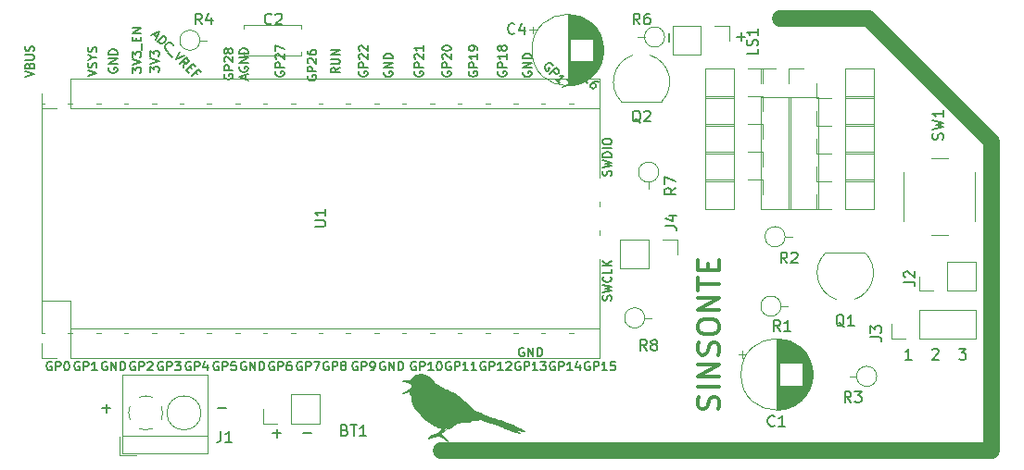
<source format=gbr>
G04 #@! TF.GenerationSoftware,KiCad,Pcbnew,5.1.5+dfsg1-2build2*
G04 #@! TF.CreationDate,2021-11-10T16:19:55-05:00*
G04 #@! TF.ProjectId,SINSONTE_MODEL_B,53494e53-4f4e-4544-955f-4d4f44454c5f,rev?*
G04 #@! TF.SameCoordinates,Original*
G04 #@! TF.FileFunction,Legend,Top*
G04 #@! TF.FilePolarity,Positive*
%FSLAX46Y46*%
G04 Gerber Fmt 4.6, Leading zero omitted, Abs format (unit mm)*
G04 Created by KiCad (PCBNEW 5.1.5+dfsg1-2build2) date 2021-11-10 16:19:55*
%MOMM*%
%LPD*%
G04 APERTURE LIST*
%ADD10C,0.150000*%
%ADD11C,1.500000*%
%ADD12C,0.350000*%
%ADD13C,0.120000*%
%ADD14C,0.010000*%
G04 APERTURE END LIST*
D10*
X73599895Y-88679328D02*
X74361800Y-88679328D01*
X73980847Y-89060280D02*
X73980847Y-88298376D01*
X76361800Y-88679328D02*
X77123704Y-88679328D01*
X68580047Y-86371428D02*
X69341952Y-86371428D01*
X58026347Y-86371428D02*
X58788252Y-86371428D01*
X58407300Y-86752380D02*
X58407300Y-85990476D01*
X116014547Y-52395428D02*
X116776452Y-52395428D01*
X116395500Y-52776380D02*
X116395500Y-52014476D01*
X131985023Y-81922880D02*
X131413595Y-81922880D01*
X131699309Y-81922880D02*
X131699309Y-80922880D01*
X131604071Y-81065738D01*
X131508833Y-81160976D01*
X131413595Y-81208595D01*
X133889785Y-81018119D02*
X133937404Y-80970500D01*
X134032642Y-80922880D01*
X134270738Y-80922880D01*
X134365976Y-80970500D01*
X134413595Y-81018119D01*
X134461214Y-81113357D01*
X134461214Y-81208595D01*
X134413595Y-81351452D01*
X133842166Y-81922880D01*
X134461214Y-81922880D01*
X136318357Y-80922880D02*
X136937404Y-80922880D01*
X136604071Y-81303833D01*
X136746928Y-81303833D01*
X136842166Y-81351452D01*
X136889785Y-81399071D01*
X136937404Y-81494309D01*
X136937404Y-81732404D01*
X136889785Y-81827642D01*
X136842166Y-81875261D01*
X136746928Y-81922880D01*
X136461214Y-81922880D01*
X136365976Y-81875261D01*
X136318357Y-81827642D01*
X109799428Y-52831952D02*
X109799428Y-52070047D01*
D11*
X120000000Y-50750000D02*
X128000000Y-50750000D01*
D12*
X114322123Y-86438523D02*
X114417361Y-86152809D01*
X114417361Y-85676619D01*
X114322123Y-85486142D01*
X114226885Y-85390904D01*
X114036409Y-85295666D01*
X113845933Y-85295666D01*
X113655457Y-85390904D01*
X113560219Y-85486142D01*
X113464980Y-85676619D01*
X113369742Y-86057571D01*
X113274504Y-86248047D01*
X113179266Y-86343285D01*
X112988790Y-86438523D01*
X112798314Y-86438523D01*
X112607838Y-86343285D01*
X112512600Y-86248047D01*
X112417361Y-86057571D01*
X112417361Y-85581380D01*
X112512600Y-85295666D01*
X114417361Y-84438523D02*
X112417361Y-84438523D01*
X114417361Y-83486142D02*
X112417361Y-83486142D01*
X114417361Y-82343285D01*
X112417361Y-82343285D01*
X114322123Y-81486142D02*
X114417361Y-81200428D01*
X114417361Y-80724238D01*
X114322123Y-80533761D01*
X114226885Y-80438523D01*
X114036409Y-80343285D01*
X113845933Y-80343285D01*
X113655457Y-80438523D01*
X113560219Y-80533761D01*
X113464980Y-80724238D01*
X113369742Y-81105190D01*
X113274504Y-81295666D01*
X113179266Y-81390904D01*
X112988790Y-81486142D01*
X112798314Y-81486142D01*
X112607838Y-81390904D01*
X112512600Y-81295666D01*
X112417361Y-81105190D01*
X112417361Y-80629000D01*
X112512600Y-80343285D01*
X112417361Y-79105190D02*
X112417361Y-78724238D01*
X112512600Y-78533761D01*
X112703076Y-78343285D01*
X113084028Y-78248047D01*
X113750695Y-78248047D01*
X114131647Y-78343285D01*
X114322123Y-78533761D01*
X114417361Y-78724238D01*
X114417361Y-79105190D01*
X114322123Y-79295666D01*
X114131647Y-79486142D01*
X113750695Y-79581380D01*
X113084028Y-79581380D01*
X112703076Y-79486142D01*
X112512600Y-79295666D01*
X112417361Y-79105190D01*
X114417361Y-77390904D02*
X112417361Y-77390904D01*
X114417361Y-76248047D01*
X112417361Y-76248047D01*
X112417361Y-75581380D02*
X112417361Y-74438523D01*
X114417361Y-75009952D02*
X112417361Y-75009952D01*
X113369742Y-73771857D02*
X113369742Y-73105190D01*
X114417361Y-72819476D02*
X114417361Y-73771857D01*
X112417361Y-73771857D01*
X112417361Y-72819476D01*
D11*
X128000000Y-50750000D02*
X139250000Y-62000000D01*
X139250000Y-90250000D02*
X139250000Y-62000000D01*
X89000000Y-90250000D02*
X139250000Y-90250000D01*
D13*
X72698300Y-87753500D02*
X72698300Y-86423500D01*
X74028300Y-87753500D02*
X72698300Y-87753500D01*
X75298300Y-87753500D02*
X75298300Y-85093500D01*
X75298300Y-85093500D02*
X77898300Y-85093500D01*
X75298300Y-87753500D02*
X77898300Y-87753500D01*
X77898300Y-87753500D02*
X77898300Y-85093500D01*
X123320500Y-57972000D02*
X123320500Y-56642000D01*
X124650500Y-57972000D02*
X123320500Y-57972000D01*
X125920500Y-57972000D02*
X125920500Y-55312000D01*
X125920500Y-55312000D02*
X128520500Y-55312000D01*
X125920500Y-57972000D02*
X128520500Y-57972000D01*
X128520500Y-57972000D02*
X128520500Y-55312000D01*
X123320500Y-60512000D02*
X123320500Y-59182000D01*
X124650500Y-60512000D02*
X123320500Y-60512000D01*
X125920500Y-60512000D02*
X125920500Y-57852000D01*
X125920500Y-57852000D02*
X128520500Y-57852000D01*
X125920500Y-60512000D02*
X128520500Y-60512000D01*
X128520500Y-60512000D02*
X128520500Y-57852000D01*
X123320500Y-63052000D02*
X123320500Y-61722000D01*
X124650500Y-63052000D02*
X123320500Y-63052000D01*
X125920500Y-63052000D02*
X125920500Y-60392000D01*
X125920500Y-60392000D02*
X128520500Y-60392000D01*
X125920500Y-63052000D02*
X128520500Y-63052000D01*
X128520500Y-63052000D02*
X128520500Y-60392000D01*
X123320500Y-65592000D02*
X123320500Y-64262000D01*
X124650500Y-65592000D02*
X123320500Y-65592000D01*
X125920500Y-65592000D02*
X125920500Y-62932000D01*
X125920500Y-62932000D02*
X128520500Y-62932000D01*
X125920500Y-65592000D02*
X128520500Y-65592000D01*
X128520500Y-65592000D02*
X128520500Y-62932000D01*
X123320500Y-68132000D02*
X123320500Y-66802000D01*
X124650500Y-68132000D02*
X123320500Y-68132000D01*
X125920500Y-68132000D02*
X125920500Y-65472000D01*
X125920500Y-65472000D02*
X128520500Y-65472000D01*
X125920500Y-68132000D02*
X128520500Y-68132000D01*
X128520500Y-68132000D02*
X128520500Y-65472000D01*
X118360500Y-55312000D02*
X118360500Y-56642000D01*
X117030500Y-55312000D02*
X118360500Y-55312000D01*
X115760500Y-55312000D02*
X115760500Y-57972000D01*
X115760500Y-57972000D02*
X113160500Y-57972000D01*
X115760500Y-55312000D02*
X113160500Y-55312000D01*
X113160500Y-55312000D02*
X113160500Y-57972000D01*
X118360500Y-57852000D02*
X118360500Y-59182000D01*
X117030500Y-57852000D02*
X118360500Y-57852000D01*
X115760500Y-57852000D02*
X115760500Y-60512000D01*
X115760500Y-60512000D02*
X113160500Y-60512000D01*
X115760500Y-57852000D02*
X113160500Y-57852000D01*
X113160500Y-57852000D02*
X113160500Y-60512000D01*
X118360500Y-60392000D02*
X118360500Y-61722000D01*
X117030500Y-60392000D02*
X118360500Y-60392000D01*
X115760500Y-60392000D02*
X115760500Y-63052000D01*
X115760500Y-63052000D02*
X113160500Y-63052000D01*
X115760500Y-60392000D02*
X113160500Y-60392000D01*
X113160500Y-60392000D02*
X113160500Y-63052000D01*
X118360500Y-62932000D02*
X118360500Y-64262000D01*
X117030500Y-62932000D02*
X118360500Y-62932000D01*
X115760500Y-62932000D02*
X115760500Y-65592000D01*
X115760500Y-65592000D02*
X113160500Y-65592000D01*
X115760500Y-62932000D02*
X113160500Y-62932000D01*
X113160500Y-62932000D02*
X113160500Y-65592000D01*
X118360500Y-65472000D02*
X118360500Y-66802000D01*
X117030500Y-65472000D02*
X118360500Y-65472000D01*
X115760500Y-65472000D02*
X115760500Y-68132000D01*
X115760500Y-68132000D02*
X113160500Y-68132000D01*
X115760500Y-65472000D02*
X113160500Y-65472000D01*
X113160500Y-65472000D02*
X113160500Y-68132000D01*
X118240500Y-55312000D02*
X119570500Y-55312000D01*
X118240500Y-56642000D02*
X118240500Y-55312000D01*
X118240500Y-57912000D02*
X120900500Y-57912000D01*
X120900500Y-57912000D02*
X120900500Y-68132000D01*
X118240500Y-57912000D02*
X118240500Y-68132000D01*
X118240500Y-68132000D02*
X120900500Y-68132000D01*
X120780500Y-55312000D02*
X122110500Y-55312000D01*
X120780500Y-56642000D02*
X120780500Y-55312000D01*
X120780500Y-57912000D02*
X123440500Y-57912000D01*
X123440500Y-57912000D02*
X123440500Y-68132000D01*
X120780500Y-57912000D02*
X120780500Y-68132000D01*
X120780500Y-68132000D02*
X123440500Y-68132000D01*
X52540000Y-58900000D02*
X52540000Y-57570000D01*
X53870000Y-58900000D02*
X52540000Y-58900000D01*
X55140000Y-58900000D02*
X55140000Y-56240000D01*
X55140000Y-56240000D02*
X103460000Y-56240000D01*
X55140000Y-58900000D02*
X103460000Y-58900000D01*
X103460000Y-58900000D02*
X103460000Y-56240000D01*
X52540000Y-81760000D02*
X52540000Y-80430000D01*
X53870000Y-81760000D02*
X52540000Y-81760000D01*
X55140000Y-81760000D02*
X55140000Y-79100000D01*
X55140000Y-79100000D02*
X103460000Y-79100000D01*
X55140000Y-81760000D02*
X103460000Y-81760000D01*
X103460000Y-81760000D02*
X103460000Y-79100000D01*
X52500000Y-79500000D02*
X52500000Y-58500000D01*
X103500000Y-72700000D02*
X103500000Y-79500000D01*
X55167000Y-79500000D02*
X55167000Y-76493000D01*
X55167000Y-76493000D02*
X52500000Y-76493000D01*
X52500000Y-79500000D02*
X52800000Y-79500000D01*
X54900000Y-79500000D02*
X55300000Y-79500000D01*
X57500000Y-79500000D02*
X57900000Y-79500000D01*
X60000000Y-79500000D02*
X60400000Y-79500000D01*
X62600000Y-79500000D02*
X63000000Y-79500000D01*
X65100000Y-79500000D02*
X65500000Y-79500000D01*
X67600000Y-79500000D02*
X68000000Y-79500000D01*
X70200000Y-79500000D02*
X70600000Y-79500000D01*
X72700000Y-79500000D02*
X73100000Y-79500000D01*
X75300000Y-79500000D02*
X75700000Y-79500000D01*
X77800000Y-79500000D02*
X78200000Y-79500000D01*
X80300000Y-79500000D02*
X80700000Y-79500000D01*
X82900000Y-79500000D02*
X83300000Y-79500000D01*
X85400000Y-79500000D02*
X85800000Y-79500000D01*
X88000000Y-79500000D02*
X88400000Y-79500000D01*
X90500000Y-79500000D02*
X90900000Y-79500000D01*
X93100000Y-79500000D02*
X93500000Y-79500000D01*
X95600000Y-79500000D02*
X96000000Y-79500000D01*
X98100000Y-79500000D02*
X98500000Y-79500000D01*
X100700000Y-79500000D02*
X101100000Y-79500000D01*
X67600000Y-58500000D02*
X68000000Y-58500000D01*
X72700000Y-58500000D02*
X73100000Y-58500000D01*
X80300000Y-58500000D02*
X80700000Y-58500000D01*
X88000000Y-58500000D02*
X88400000Y-58500000D01*
X57500000Y-58500000D02*
X57900000Y-58500000D01*
X54900000Y-58500000D02*
X55300000Y-58500000D01*
X62600000Y-58500000D02*
X63000000Y-58500000D01*
X95600000Y-58500000D02*
X96000000Y-58500000D01*
X100700000Y-58500000D02*
X101100000Y-58500000D01*
X98100000Y-58500000D02*
X98500000Y-58500000D01*
X82900000Y-58500000D02*
X83300000Y-58500000D01*
X77800000Y-58500000D02*
X78200000Y-58500000D01*
X65100000Y-58500000D02*
X65500000Y-58500000D01*
X70200000Y-58500000D02*
X70600000Y-58500000D01*
X90500000Y-58500000D02*
X90900000Y-58500000D01*
X75300000Y-58500000D02*
X75700000Y-58500000D01*
X52500000Y-58500000D02*
X52800000Y-58500000D01*
X60000000Y-58500000D02*
X60400000Y-58500000D01*
X85400000Y-58500000D02*
X85800000Y-58500000D01*
X93100000Y-58500000D02*
X93500000Y-58500000D01*
X103500000Y-58500000D02*
X103500000Y-65300000D01*
X103500000Y-70500000D02*
X103500000Y-70100000D01*
X103500000Y-67900000D02*
X103500000Y-67500000D01*
X59600000Y-90700000D02*
X61100000Y-90700000D01*
X59600000Y-88960000D02*
X59600000Y-90700000D01*
X67660000Y-83340000D02*
X67660000Y-90460000D01*
X59840000Y-83340000D02*
X59840000Y-90460000D01*
X59840000Y-90460000D02*
X67660000Y-90460000D01*
X59840000Y-83340000D02*
X67660000Y-83340000D01*
X59840000Y-88900000D02*
X67660000Y-88900000D01*
X67055000Y-86800000D02*
G75*
G03X67055000Y-86800000I-1555000J0D01*
G01*
X62027011Y-88355492D02*
G75*
G02X61392000Y-88232000I-27011J1555492D01*
G01*
X60567891Y-87407742D02*
G75*
G02X60568000Y-86192000I1432109J607742D01*
G01*
X61392258Y-85367891D02*
G75*
G02X62608000Y-85368000I607742J-1432109D01*
G01*
X63432109Y-86192258D02*
G75*
G02X63432000Y-87408000I-1432109J-607742D01*
G01*
X62607587Y-88231385D02*
G75*
G02X62000000Y-88355000I-607587J1431385D01*
G01*
D14*
G36*
X87365957Y-83267607D02*
G01*
X87475685Y-83304703D01*
X87531582Y-83341951D01*
X87574476Y-83365941D01*
X87634141Y-83385078D01*
X87638466Y-83386003D01*
X87713072Y-83409223D01*
X87798222Y-83447423D01*
X87881073Y-83493495D01*
X87948783Y-83540329D01*
X87987497Y-83579219D01*
X88082048Y-83704852D01*
X88205960Y-83841489D01*
X88350663Y-83981342D01*
X88507584Y-84116624D01*
X88668151Y-84239547D01*
X88823792Y-84342322D01*
X88834383Y-84348621D01*
X88938985Y-84408021D01*
X89066462Y-84476784D01*
X89208920Y-84550995D01*
X89358465Y-84626739D01*
X89507203Y-84700103D01*
X89647242Y-84767171D01*
X89770687Y-84824029D01*
X89869645Y-84866763D01*
X89913883Y-84883959D01*
X90040775Y-84931880D01*
X90148124Y-84978452D01*
X90243574Y-85028800D01*
X90334772Y-85088050D01*
X90429362Y-85161325D01*
X90534990Y-85253752D01*
X90659302Y-85370456D01*
X90704373Y-85413859D01*
X90819022Y-85520889D01*
X90955544Y-85642292D01*
X91101626Y-85767475D01*
X91244952Y-85885846D01*
X91347826Y-85967340D01*
X91454141Y-86050917D01*
X91548927Y-86128062D01*
X91627003Y-86194342D01*
X91683191Y-86245327D01*
X91712309Y-86276585D01*
X91714991Y-86281449D01*
X91735308Y-86314827D01*
X91777844Y-86367565D01*
X91834356Y-86429630D01*
X91849656Y-86445381D01*
X91901998Y-86496771D01*
X91948503Y-86535831D01*
X91998661Y-86567914D01*
X92061963Y-86598373D01*
X92147901Y-86632562D01*
X92244492Y-86668066D01*
X92390788Y-86722199D01*
X92505060Y-86767596D01*
X92595691Y-86808138D01*
X92671066Y-86847705D01*
X92739568Y-86890180D01*
X92771383Y-86911975D01*
X92840049Y-86951526D01*
X92943218Y-86999293D01*
X93074442Y-87052763D01*
X93227274Y-87109421D01*
X93395265Y-87166752D01*
X93549305Y-87215394D01*
X93674385Y-87254249D01*
X93825792Y-87302654D01*
X93997035Y-87358417D01*
X94181626Y-87419347D01*
X94373075Y-87483251D01*
X94564895Y-87547940D01*
X94750595Y-87611222D01*
X94923687Y-87670904D01*
X95077682Y-87724797D01*
X95206091Y-87770709D01*
X95302426Y-87806448D01*
X95321966Y-87814019D01*
X95415665Y-87853058D01*
X95531349Y-87904776D01*
X95662848Y-87966073D01*
X95803987Y-88033848D01*
X95948594Y-88105002D01*
X96090497Y-88176435D01*
X96223522Y-88245046D01*
X96341498Y-88307736D01*
X96438250Y-88361405D01*
X96507606Y-88402953D01*
X96539050Y-88425235D01*
X96602550Y-88479533D01*
X96464294Y-88468744D01*
X96371525Y-88455607D01*
X96277947Y-88433102D01*
X96224414Y-88414394D01*
X96158617Y-88389226D01*
X96103859Y-88373492D01*
X96084523Y-88370833D01*
X96042884Y-88362373D01*
X95982158Y-88341011D01*
X95953986Y-88328964D01*
X95860615Y-88299655D01*
X95760702Y-88287831D01*
X95755883Y-88287829D01*
X95650050Y-88288562D01*
X95819383Y-88369861D01*
X95896476Y-88410595D01*
X95979061Y-88460266D01*
X96059946Y-88513710D01*
X96131935Y-88565764D01*
X96187837Y-88611263D01*
X96220457Y-88645042D01*
X96224495Y-88660693D01*
X96196023Y-88664119D01*
X96140035Y-88654949D01*
X96068286Y-88636400D01*
X95992529Y-88611689D01*
X95924517Y-88584035D01*
X95900518Y-88572005D01*
X95835205Y-88542678D01*
X95796834Y-88541362D01*
X95790375Y-88545891D01*
X95757859Y-88553079D01*
X95694826Y-88538854D01*
X95599856Y-88502716D01*
X95471529Y-88444169D01*
X95398792Y-88408520D01*
X95297919Y-88362998D01*
X95186827Y-88320186D01*
X95087832Y-88288611D01*
X95078466Y-88286145D01*
X95007688Y-88264275D01*
X94908412Y-88228446D01*
X94790552Y-88182495D01*
X94664021Y-88130259D01*
X94567427Y-88088391D01*
X94447352Y-88035243D01*
X94344973Y-87990453D01*
X94254457Y-87951919D01*
X94169968Y-87917535D01*
X94085672Y-87885197D01*
X93995735Y-87852803D01*
X93894322Y-87818247D01*
X93775599Y-87779425D01*
X93633732Y-87734234D01*
X93462886Y-87680569D01*
X93266156Y-87619114D01*
X92554428Y-87396961D01*
X92218406Y-87417612D01*
X92049390Y-87429741D01*
X91917885Y-87443623D01*
X91819069Y-87460417D01*
X91748124Y-87481280D01*
X91700230Y-87507372D01*
X91670567Y-87539850D01*
X91664661Y-87550683D01*
X91645923Y-87580044D01*
X91618144Y-87601242D01*
X91575135Y-87615349D01*
X91510705Y-87623438D01*
X91418667Y-87626581D01*
X91292830Y-87625851D01*
X91236800Y-87624821D01*
X91035524Y-87629928D01*
X90836250Y-87652137D01*
X90645683Y-87689524D01*
X90470532Y-87740165D01*
X90317504Y-87802134D01*
X90193307Y-87873507D01*
X90107656Y-87948821D01*
X90049686Y-88005321D01*
X89985609Y-88052827D01*
X89966800Y-88063452D01*
X89896680Y-88103310D01*
X89828271Y-88148902D01*
X89825337Y-88151082D01*
X89770066Y-88183338D01*
X89705608Y-88198474D01*
X89636592Y-88201500D01*
X89515227Y-88201500D01*
X88952797Y-88758418D01*
X89115840Y-88850203D01*
X89290979Y-88970093D01*
X89433353Y-89113288D01*
X89528912Y-89255800D01*
X89559122Y-89313982D01*
X89577286Y-89353811D01*
X89579830Y-89365666D01*
X89560229Y-89354095D01*
X89513537Y-89322683D01*
X89446979Y-89276377D01*
X89376381Y-89226287D01*
X89266014Y-89153373D01*
X89144052Y-89082840D01*
X89018933Y-89018624D01*
X88899098Y-88964663D01*
X88792985Y-88924893D01*
X88709034Y-88903250D01*
X88677863Y-88900458D01*
X88564072Y-88911179D01*
X88425599Y-88939955D01*
X88274297Y-88983456D01*
X88122022Y-89038356D01*
X88005359Y-89089251D01*
X87911387Y-89133903D01*
X87850416Y-89161517D01*
X87817275Y-89173362D01*
X87806796Y-89170706D01*
X87813808Y-89154819D01*
X87829211Y-89132490D01*
X87920528Y-89017785D01*
X88019107Y-88917234D01*
X88118289Y-88836103D01*
X88211414Y-88779658D01*
X88291820Y-88753167D01*
X88310591Y-88751833D01*
X88352417Y-88742182D01*
X88410217Y-88718155D01*
X88427161Y-88709500D01*
X88492242Y-88682123D01*
X88553657Y-88667784D01*
X88564792Y-88667166D01*
X88594579Y-88660924D01*
X88632527Y-88639554D01*
X88683588Y-88599092D01*
X88752718Y-88535573D01*
X88844870Y-88445033D01*
X88854849Y-88435035D01*
X88933596Y-88354933D01*
X88999602Y-88285655D01*
X89047997Y-88232490D01*
X89073908Y-88200725D01*
X89076738Y-88194212D01*
X89053027Y-88187132D01*
X88997242Y-88175307D01*
X88919103Y-88160712D01*
X88870663Y-88152312D01*
X88774386Y-88131910D01*
X88675503Y-88101709D01*
X88568754Y-88059191D01*
X88448880Y-88001838D01*
X88310622Y-87927132D01*
X88148719Y-87832553D01*
X87957913Y-87715585D01*
X87955966Y-87714372D01*
X87706954Y-87541003D01*
X87467423Y-87339352D01*
X87247230Y-87118733D01*
X87056237Y-86888461D01*
X87002307Y-86813404D01*
X86923063Y-86706275D01*
X86826350Y-86586838D01*
X86725820Y-86471485D01*
X86654601Y-86395959D01*
X86457508Y-86196612D01*
X86349487Y-85867213D01*
X86305582Y-85731358D01*
X86274486Y-85628332D01*
X86254992Y-85551016D01*
X86245893Y-85492295D01*
X86245982Y-85445050D01*
X86254051Y-85402165D01*
X86264819Y-85367993D01*
X86274255Y-85331905D01*
X86272967Y-85296141D01*
X86258118Y-85250259D01*
X86226868Y-85183814D01*
X86201153Y-85133741D01*
X86159196Y-85045100D01*
X86124795Y-84957733D01*
X86103885Y-84887166D01*
X86101247Y-84872461D01*
X86088360Y-84778443D01*
X85979705Y-84819409D01*
X85907499Y-84849258D01*
X85815775Y-84890783D01*
X85722421Y-84935840D01*
X85707336Y-84943437D01*
X85599585Y-84994608D01*
X85526004Y-85021352D01*
X85486221Y-85023719D01*
X85479864Y-85001755D01*
X85495665Y-84971074D01*
X85525448Y-84942907D01*
X85584328Y-84899832D01*
X85664080Y-84846926D01*
X85756484Y-84789266D01*
X85853315Y-84731928D01*
X85946352Y-84679990D01*
X86027371Y-84638529D01*
X86054493Y-84626049D01*
X86134376Y-84589651D01*
X86185354Y-84560388D01*
X86217668Y-84529282D01*
X86241561Y-84487356D01*
X86258613Y-84447124D01*
X86285416Y-84368629D01*
X86304142Y-84291061D01*
X86308573Y-84258723D01*
X86307789Y-84202526D01*
X86287616Y-84166895D01*
X86244468Y-84136231D01*
X86195861Y-84111218D01*
X86118998Y-84076773D01*
X86025416Y-84037903D01*
X85948624Y-84007878D01*
X85846782Y-83970167D01*
X85771932Y-83946103D01*
X85711899Y-83933280D01*
X85654505Y-83929289D01*
X85587573Y-83931722D01*
X85569654Y-83932929D01*
X85474159Y-83936059D01*
X85419328Y-83928989D01*
X85404683Y-83911494D01*
X85429748Y-83883346D01*
X85444168Y-83873295D01*
X85526710Y-83837391D01*
X85638462Y-83814593D01*
X85767972Y-83806233D01*
X85903787Y-83813646D01*
X85928834Y-83816873D01*
X86096512Y-83840586D01*
X86263885Y-83663767D01*
X86409254Y-83526277D01*
X86556316Y-83422900D01*
X86716975Y-83346668D01*
X86900015Y-83291356D01*
X87072255Y-83260463D01*
X87229525Y-83252703D01*
X87365957Y-83267607D01*
G37*
X87365957Y-83267607D02*
X87475685Y-83304703D01*
X87531582Y-83341951D01*
X87574476Y-83365941D01*
X87634141Y-83385078D01*
X87638466Y-83386003D01*
X87713072Y-83409223D01*
X87798222Y-83447423D01*
X87881073Y-83493495D01*
X87948783Y-83540329D01*
X87987497Y-83579219D01*
X88082048Y-83704852D01*
X88205960Y-83841489D01*
X88350663Y-83981342D01*
X88507584Y-84116624D01*
X88668151Y-84239547D01*
X88823792Y-84342322D01*
X88834383Y-84348621D01*
X88938985Y-84408021D01*
X89066462Y-84476784D01*
X89208920Y-84550995D01*
X89358465Y-84626739D01*
X89507203Y-84700103D01*
X89647242Y-84767171D01*
X89770687Y-84824029D01*
X89869645Y-84866763D01*
X89913883Y-84883959D01*
X90040775Y-84931880D01*
X90148124Y-84978452D01*
X90243574Y-85028800D01*
X90334772Y-85088050D01*
X90429362Y-85161325D01*
X90534990Y-85253752D01*
X90659302Y-85370456D01*
X90704373Y-85413859D01*
X90819022Y-85520889D01*
X90955544Y-85642292D01*
X91101626Y-85767475D01*
X91244952Y-85885846D01*
X91347826Y-85967340D01*
X91454141Y-86050917D01*
X91548927Y-86128062D01*
X91627003Y-86194342D01*
X91683191Y-86245327D01*
X91712309Y-86276585D01*
X91714991Y-86281449D01*
X91735308Y-86314827D01*
X91777844Y-86367565D01*
X91834356Y-86429630D01*
X91849656Y-86445381D01*
X91901998Y-86496771D01*
X91948503Y-86535831D01*
X91998661Y-86567914D01*
X92061963Y-86598373D01*
X92147901Y-86632562D01*
X92244492Y-86668066D01*
X92390788Y-86722199D01*
X92505060Y-86767596D01*
X92595691Y-86808138D01*
X92671066Y-86847705D01*
X92739568Y-86890180D01*
X92771383Y-86911975D01*
X92840049Y-86951526D01*
X92943218Y-86999293D01*
X93074442Y-87052763D01*
X93227274Y-87109421D01*
X93395265Y-87166752D01*
X93549305Y-87215394D01*
X93674385Y-87254249D01*
X93825792Y-87302654D01*
X93997035Y-87358417D01*
X94181626Y-87419347D01*
X94373075Y-87483251D01*
X94564895Y-87547940D01*
X94750595Y-87611222D01*
X94923687Y-87670904D01*
X95077682Y-87724797D01*
X95206091Y-87770709D01*
X95302426Y-87806448D01*
X95321966Y-87814019D01*
X95415665Y-87853058D01*
X95531349Y-87904776D01*
X95662848Y-87966073D01*
X95803987Y-88033848D01*
X95948594Y-88105002D01*
X96090497Y-88176435D01*
X96223522Y-88245046D01*
X96341498Y-88307736D01*
X96438250Y-88361405D01*
X96507606Y-88402953D01*
X96539050Y-88425235D01*
X96602550Y-88479533D01*
X96464294Y-88468744D01*
X96371525Y-88455607D01*
X96277947Y-88433102D01*
X96224414Y-88414394D01*
X96158617Y-88389226D01*
X96103859Y-88373492D01*
X96084523Y-88370833D01*
X96042884Y-88362373D01*
X95982158Y-88341011D01*
X95953986Y-88328964D01*
X95860615Y-88299655D01*
X95760702Y-88287831D01*
X95755883Y-88287829D01*
X95650050Y-88288562D01*
X95819383Y-88369861D01*
X95896476Y-88410595D01*
X95979061Y-88460266D01*
X96059946Y-88513710D01*
X96131935Y-88565764D01*
X96187837Y-88611263D01*
X96220457Y-88645042D01*
X96224495Y-88660693D01*
X96196023Y-88664119D01*
X96140035Y-88654949D01*
X96068286Y-88636400D01*
X95992529Y-88611689D01*
X95924517Y-88584035D01*
X95900518Y-88572005D01*
X95835205Y-88542678D01*
X95796834Y-88541362D01*
X95790375Y-88545891D01*
X95757859Y-88553079D01*
X95694826Y-88538854D01*
X95599856Y-88502716D01*
X95471529Y-88444169D01*
X95398792Y-88408520D01*
X95297919Y-88362998D01*
X95186827Y-88320186D01*
X95087832Y-88288611D01*
X95078466Y-88286145D01*
X95007688Y-88264275D01*
X94908412Y-88228446D01*
X94790552Y-88182495D01*
X94664021Y-88130259D01*
X94567427Y-88088391D01*
X94447352Y-88035243D01*
X94344973Y-87990453D01*
X94254457Y-87951919D01*
X94169968Y-87917535D01*
X94085672Y-87885197D01*
X93995735Y-87852803D01*
X93894322Y-87818247D01*
X93775599Y-87779425D01*
X93633732Y-87734234D01*
X93462886Y-87680569D01*
X93266156Y-87619114D01*
X92554428Y-87396961D01*
X92218406Y-87417612D01*
X92049390Y-87429741D01*
X91917885Y-87443623D01*
X91819069Y-87460417D01*
X91748124Y-87481280D01*
X91700230Y-87507372D01*
X91670567Y-87539850D01*
X91664661Y-87550683D01*
X91645923Y-87580044D01*
X91618144Y-87601242D01*
X91575135Y-87615349D01*
X91510705Y-87623438D01*
X91418667Y-87626581D01*
X91292830Y-87625851D01*
X91236800Y-87624821D01*
X91035524Y-87629928D01*
X90836250Y-87652137D01*
X90645683Y-87689524D01*
X90470532Y-87740165D01*
X90317504Y-87802134D01*
X90193307Y-87873507D01*
X90107656Y-87948821D01*
X90049686Y-88005321D01*
X89985609Y-88052827D01*
X89966800Y-88063452D01*
X89896680Y-88103310D01*
X89828271Y-88148902D01*
X89825337Y-88151082D01*
X89770066Y-88183338D01*
X89705608Y-88198474D01*
X89636592Y-88201500D01*
X89515227Y-88201500D01*
X88952797Y-88758418D01*
X89115840Y-88850203D01*
X89290979Y-88970093D01*
X89433353Y-89113288D01*
X89528912Y-89255800D01*
X89559122Y-89313982D01*
X89577286Y-89353811D01*
X89579830Y-89365666D01*
X89560229Y-89354095D01*
X89513537Y-89322683D01*
X89446979Y-89276377D01*
X89376381Y-89226287D01*
X89266014Y-89153373D01*
X89144052Y-89082840D01*
X89018933Y-89018624D01*
X88899098Y-88964663D01*
X88792985Y-88924893D01*
X88709034Y-88903250D01*
X88677863Y-88900458D01*
X88564072Y-88911179D01*
X88425599Y-88939955D01*
X88274297Y-88983456D01*
X88122022Y-89038356D01*
X88005359Y-89089251D01*
X87911387Y-89133903D01*
X87850416Y-89161517D01*
X87817275Y-89173362D01*
X87806796Y-89170706D01*
X87813808Y-89154819D01*
X87829211Y-89132490D01*
X87920528Y-89017785D01*
X88019107Y-88917234D01*
X88118289Y-88836103D01*
X88211414Y-88779658D01*
X88291820Y-88753167D01*
X88310591Y-88751833D01*
X88352417Y-88742182D01*
X88410217Y-88718155D01*
X88427161Y-88709500D01*
X88492242Y-88682123D01*
X88553657Y-88667784D01*
X88564792Y-88667166D01*
X88594579Y-88660924D01*
X88632527Y-88639554D01*
X88683588Y-88599092D01*
X88752718Y-88535573D01*
X88844870Y-88445033D01*
X88854849Y-88435035D01*
X88933596Y-88354933D01*
X88999602Y-88285655D01*
X89047997Y-88232490D01*
X89073908Y-88200725D01*
X89076738Y-88194212D01*
X89053027Y-88187132D01*
X88997242Y-88175307D01*
X88919103Y-88160712D01*
X88870663Y-88152312D01*
X88774386Y-88131910D01*
X88675503Y-88101709D01*
X88568754Y-88059191D01*
X88448880Y-88001838D01*
X88310622Y-87927132D01*
X88148719Y-87832553D01*
X87957913Y-87715585D01*
X87955966Y-87714372D01*
X87706954Y-87541003D01*
X87467423Y-87339352D01*
X87247230Y-87118733D01*
X87056237Y-86888461D01*
X87002307Y-86813404D01*
X86923063Y-86706275D01*
X86826350Y-86586838D01*
X86725820Y-86471485D01*
X86654601Y-86395959D01*
X86457508Y-86196612D01*
X86349487Y-85867213D01*
X86305582Y-85731358D01*
X86274486Y-85628332D01*
X86254992Y-85551016D01*
X86245893Y-85492295D01*
X86245982Y-85445050D01*
X86254051Y-85402165D01*
X86264819Y-85367993D01*
X86274255Y-85331905D01*
X86272967Y-85296141D01*
X86258118Y-85250259D01*
X86226868Y-85183814D01*
X86201153Y-85133741D01*
X86159196Y-85045100D01*
X86124795Y-84957733D01*
X86103885Y-84887166D01*
X86101247Y-84872461D01*
X86088360Y-84778443D01*
X85979705Y-84819409D01*
X85907499Y-84849258D01*
X85815775Y-84890783D01*
X85722421Y-84935840D01*
X85707336Y-84943437D01*
X85599585Y-84994608D01*
X85526004Y-85021352D01*
X85486221Y-85023719D01*
X85479864Y-85001755D01*
X85495665Y-84971074D01*
X85525448Y-84942907D01*
X85584328Y-84899832D01*
X85664080Y-84846926D01*
X85756484Y-84789266D01*
X85853315Y-84731928D01*
X85946352Y-84679990D01*
X86027371Y-84638529D01*
X86054493Y-84626049D01*
X86134376Y-84589651D01*
X86185354Y-84560388D01*
X86217668Y-84529282D01*
X86241561Y-84487356D01*
X86258613Y-84447124D01*
X86285416Y-84368629D01*
X86304142Y-84291061D01*
X86308573Y-84258723D01*
X86307789Y-84202526D01*
X86287616Y-84166895D01*
X86244468Y-84136231D01*
X86195861Y-84111218D01*
X86118998Y-84076773D01*
X86025416Y-84037903D01*
X85948624Y-84007878D01*
X85846782Y-83970167D01*
X85771932Y-83946103D01*
X85711899Y-83933280D01*
X85654505Y-83929289D01*
X85587573Y-83931722D01*
X85569654Y-83932929D01*
X85474159Y-83936059D01*
X85419328Y-83928989D01*
X85404683Y-83911494D01*
X85429748Y-83883346D01*
X85444168Y-83873295D01*
X85526710Y-83837391D01*
X85638462Y-83814593D01*
X85767972Y-83806233D01*
X85903787Y-83813646D01*
X85928834Y-83816873D01*
X86096512Y-83840586D01*
X86263885Y-83663767D01*
X86409254Y-83526277D01*
X86556316Y-83422900D01*
X86716975Y-83346668D01*
X86900015Y-83291356D01*
X87072255Y-83260463D01*
X87229525Y-83252703D01*
X87365957Y-83267607D01*
D13*
X109123445Y-58342684D02*
G75*
G03X108095000Y-54065000I-1808445J1827684D01*
G01*
X105503125Y-58356741D02*
G75*
G02X106495000Y-54065000I1811875J1841741D01*
G01*
X105515000Y-58365000D02*
X109115000Y-58365000D01*
X124112055Y-72149816D02*
G75*
G03X125140500Y-76427500I1808445J-1827684D01*
G01*
X127732375Y-72135759D02*
G75*
G02X126740500Y-76427500I-1811875J-1841741D01*
G01*
X127720500Y-72127500D02*
X124120500Y-72127500D01*
X130115000Y-80006500D02*
X130115000Y-78676500D01*
X131445000Y-80006500D02*
X130115000Y-80006500D01*
X132715000Y-80006500D02*
X132715000Y-77346500D01*
X132715000Y-77346500D02*
X137855000Y-77346500D01*
X132715000Y-80006500D02*
X137855000Y-80006500D01*
X137855000Y-80006500D02*
X137855000Y-77346500D01*
X126956300Y-83451700D02*
X126336300Y-83451700D01*
X128796300Y-83451700D02*
G75*
G03X128796300Y-83451700I-920000J0D01*
G01*
X66960000Y-52700000D02*
X67580000Y-52700000D01*
X66960000Y-52700000D02*
G75*
G03X66960000Y-52700000I-920000J0D01*
G01*
X76240000Y-53755000D02*
X76240000Y-54070000D01*
X76240000Y-51330000D02*
X76240000Y-51645000D01*
X71000000Y-53755000D02*
X71000000Y-54070000D01*
X71000000Y-51330000D02*
X71000000Y-51645000D01*
X71000000Y-54070000D02*
X76240000Y-54070000D01*
X71000000Y-51330000D02*
X76240000Y-51330000D01*
X107600000Y-78105000D02*
X108220000Y-78105000D01*
X107600000Y-78105000D02*
G75*
G03X107600000Y-78105000I-920000J0D01*
G01*
X107950000Y-65690000D02*
X107950000Y-66310000D01*
X108870000Y-64770000D02*
G75*
G03X108870000Y-64770000I-920000J0D01*
G01*
X110550000Y-70933000D02*
X110550000Y-72263000D01*
X109220000Y-70933000D02*
X110550000Y-70933000D01*
X107950000Y-70933000D02*
X107950000Y-73593000D01*
X107950000Y-73593000D02*
X105350000Y-73593000D01*
X107950000Y-70933000D02*
X105350000Y-70933000D01*
X105350000Y-70933000D02*
X105350000Y-73593000D01*
X107580000Y-52400000D02*
X106960000Y-52400000D01*
X109420000Y-52400000D02*
G75*
G03X109420000Y-52400000I-920000J0D01*
G01*
X115330000Y-51375000D02*
X115330000Y-52705000D01*
X114000000Y-51375000D02*
X115330000Y-51375000D01*
X112730000Y-51375000D02*
X112730000Y-54035000D01*
X112730000Y-54035000D02*
X110130000Y-54035000D01*
X112730000Y-51375000D02*
X110130000Y-51375000D01*
X110130000Y-51375000D02*
X110130000Y-54035000D01*
X97378759Y-51440000D02*
X97378759Y-52070000D01*
X97063759Y-51755000D02*
X97693759Y-51755000D01*
X103805000Y-53192000D02*
X103805000Y-53996000D01*
X103765000Y-52961000D02*
X103765000Y-54227000D01*
X103725000Y-52792000D02*
X103725000Y-54396000D01*
X103685000Y-52654000D02*
X103685000Y-54534000D01*
X103645000Y-52535000D02*
X103645000Y-54653000D01*
X103605000Y-52429000D02*
X103605000Y-54759000D01*
X103565000Y-52332000D02*
X103565000Y-54856000D01*
X103525000Y-52244000D02*
X103525000Y-54944000D01*
X103485000Y-52162000D02*
X103485000Y-55026000D01*
X103445000Y-52085000D02*
X103445000Y-55103000D01*
X103405000Y-52013000D02*
X103405000Y-55175000D01*
X103365000Y-51944000D02*
X103365000Y-55244000D01*
X103325000Y-51880000D02*
X103325000Y-55308000D01*
X103285000Y-51818000D02*
X103285000Y-55370000D01*
X103245000Y-51760000D02*
X103245000Y-55428000D01*
X103205000Y-51704000D02*
X103205000Y-55484000D01*
X103165000Y-51650000D02*
X103165000Y-55538000D01*
X103125000Y-51599000D02*
X103125000Y-55589000D01*
X103085000Y-51550000D02*
X103085000Y-55638000D01*
X103045000Y-51502000D02*
X103045000Y-55686000D01*
X103005000Y-51457000D02*
X103005000Y-55731000D01*
X102965000Y-51412000D02*
X102965000Y-55776000D01*
X102925000Y-51370000D02*
X102925000Y-55818000D01*
X102885000Y-51329000D02*
X102885000Y-55859000D01*
X102845000Y-54634000D02*
X102845000Y-55899000D01*
X102845000Y-51289000D02*
X102845000Y-52554000D01*
X102805000Y-54634000D02*
X102805000Y-55937000D01*
X102805000Y-51251000D02*
X102805000Y-52554000D01*
X102765000Y-54634000D02*
X102765000Y-55974000D01*
X102765000Y-51214000D02*
X102765000Y-52554000D01*
X102725000Y-54634000D02*
X102725000Y-56010000D01*
X102725000Y-51178000D02*
X102725000Y-52554000D01*
X102685000Y-54634000D02*
X102685000Y-56044000D01*
X102685000Y-51144000D02*
X102685000Y-52554000D01*
X102645000Y-54634000D02*
X102645000Y-56078000D01*
X102645000Y-51110000D02*
X102645000Y-52554000D01*
X102605000Y-54634000D02*
X102605000Y-56110000D01*
X102605000Y-51078000D02*
X102605000Y-52554000D01*
X102565000Y-54634000D02*
X102565000Y-56142000D01*
X102565000Y-51046000D02*
X102565000Y-52554000D01*
X102525000Y-54634000D02*
X102525000Y-56172000D01*
X102525000Y-51016000D02*
X102525000Y-52554000D01*
X102485000Y-54634000D02*
X102485000Y-56201000D01*
X102485000Y-50987000D02*
X102485000Y-52554000D01*
X102445000Y-54634000D02*
X102445000Y-56230000D01*
X102445000Y-50958000D02*
X102445000Y-52554000D01*
X102405000Y-54634000D02*
X102405000Y-56258000D01*
X102405000Y-50930000D02*
X102405000Y-52554000D01*
X102365000Y-54634000D02*
X102365000Y-56284000D01*
X102365000Y-50904000D02*
X102365000Y-52554000D01*
X102325000Y-54634000D02*
X102325000Y-56310000D01*
X102325000Y-50878000D02*
X102325000Y-52554000D01*
X102285000Y-54634000D02*
X102285000Y-56336000D01*
X102285000Y-50852000D02*
X102285000Y-52554000D01*
X102245000Y-54634000D02*
X102245000Y-56360000D01*
X102245000Y-50828000D02*
X102245000Y-52554000D01*
X102205000Y-54634000D02*
X102205000Y-56384000D01*
X102205000Y-50804000D02*
X102205000Y-52554000D01*
X102165000Y-54634000D02*
X102165000Y-56406000D01*
X102165000Y-50782000D02*
X102165000Y-52554000D01*
X102125000Y-54634000D02*
X102125000Y-56428000D01*
X102125000Y-50760000D02*
X102125000Y-52554000D01*
X102085000Y-54634000D02*
X102085000Y-56450000D01*
X102085000Y-50738000D02*
X102085000Y-52554000D01*
X102045000Y-54634000D02*
X102045000Y-56470000D01*
X102045000Y-50718000D02*
X102045000Y-52554000D01*
X102005000Y-54634000D02*
X102005000Y-56490000D01*
X102005000Y-50698000D02*
X102005000Y-52554000D01*
X101965000Y-54634000D02*
X101965000Y-56510000D01*
X101965000Y-50678000D02*
X101965000Y-52554000D01*
X101925000Y-54634000D02*
X101925000Y-56528000D01*
X101925000Y-50660000D02*
X101925000Y-52554000D01*
X101885000Y-54634000D02*
X101885000Y-56546000D01*
X101885000Y-50642000D02*
X101885000Y-52554000D01*
X101845000Y-54634000D02*
X101845000Y-56564000D01*
X101845000Y-50624000D02*
X101845000Y-52554000D01*
X101805000Y-54634000D02*
X101805000Y-56580000D01*
X101805000Y-50608000D02*
X101805000Y-52554000D01*
X101765000Y-54634000D02*
X101765000Y-56596000D01*
X101765000Y-50592000D02*
X101765000Y-52554000D01*
X101725000Y-54634000D02*
X101725000Y-56612000D01*
X101725000Y-50576000D02*
X101725000Y-52554000D01*
X101685000Y-54634000D02*
X101685000Y-56627000D01*
X101685000Y-50561000D02*
X101685000Y-52554000D01*
X101645000Y-54634000D02*
X101645000Y-56641000D01*
X101645000Y-50547000D02*
X101645000Y-52554000D01*
X101605000Y-54634000D02*
X101605000Y-56655000D01*
X101605000Y-50533000D02*
X101605000Y-52554000D01*
X101565000Y-54634000D02*
X101565000Y-56668000D01*
X101565000Y-50520000D02*
X101565000Y-52554000D01*
X101525000Y-54634000D02*
X101525000Y-56680000D01*
X101525000Y-50508000D02*
X101525000Y-52554000D01*
X101485000Y-54634000D02*
X101485000Y-56692000D01*
X101485000Y-50496000D02*
X101485000Y-52554000D01*
X101445000Y-54634000D02*
X101445000Y-56704000D01*
X101445000Y-50484000D02*
X101445000Y-52554000D01*
X101405000Y-54634000D02*
X101405000Y-56715000D01*
X101405000Y-50473000D02*
X101405000Y-52554000D01*
X101365000Y-54634000D02*
X101365000Y-56725000D01*
X101365000Y-50463000D02*
X101365000Y-52554000D01*
X101325000Y-54634000D02*
X101325000Y-56735000D01*
X101325000Y-50453000D02*
X101325000Y-52554000D01*
X101285000Y-54634000D02*
X101285000Y-56744000D01*
X101285000Y-50444000D02*
X101285000Y-52554000D01*
X101244000Y-54634000D02*
X101244000Y-56753000D01*
X101244000Y-50435000D02*
X101244000Y-52554000D01*
X101204000Y-54634000D02*
X101204000Y-56761000D01*
X101204000Y-50427000D02*
X101204000Y-52554000D01*
X101164000Y-54634000D02*
X101164000Y-56769000D01*
X101164000Y-50419000D02*
X101164000Y-52554000D01*
X101124000Y-54634000D02*
X101124000Y-56776000D01*
X101124000Y-50412000D02*
X101124000Y-52554000D01*
X101084000Y-54634000D02*
X101084000Y-56783000D01*
X101084000Y-50405000D02*
X101084000Y-52554000D01*
X101044000Y-54634000D02*
X101044000Y-56789000D01*
X101044000Y-50399000D02*
X101044000Y-52554000D01*
X101004000Y-54634000D02*
X101004000Y-56795000D01*
X101004000Y-50393000D02*
X101004000Y-52554000D01*
X100964000Y-54634000D02*
X100964000Y-56800000D01*
X100964000Y-50388000D02*
X100964000Y-52554000D01*
X100924000Y-54634000D02*
X100924000Y-56805000D01*
X100924000Y-50383000D02*
X100924000Y-52554000D01*
X100884000Y-54634000D02*
X100884000Y-56809000D01*
X100884000Y-50379000D02*
X100884000Y-52554000D01*
X100844000Y-54634000D02*
X100844000Y-56812000D01*
X100844000Y-50376000D02*
X100844000Y-52554000D01*
X100804000Y-54634000D02*
X100804000Y-56816000D01*
X100804000Y-50372000D02*
X100804000Y-52554000D01*
X100764000Y-50370000D02*
X100764000Y-56818000D01*
X100724000Y-50367000D02*
X100724000Y-56821000D01*
X100684000Y-50366000D02*
X100684000Y-56822000D01*
X100644000Y-50364000D02*
X100644000Y-56824000D01*
X100604000Y-50364000D02*
X100604000Y-56824000D01*
X100564000Y-50364000D02*
X100564000Y-56824000D01*
X103834000Y-53594000D02*
G75*
G03X103834000Y-53594000I-3270000J0D01*
G01*
X135270500Y-63481000D02*
X133770500Y-63481000D01*
X131270500Y-64731000D02*
X131270500Y-69231000D01*
X133770500Y-70481000D02*
X135270500Y-70481000D01*
X137770500Y-69231000D02*
X137770500Y-64731000D01*
X132655000Y-75625000D02*
X132655000Y-74295000D01*
X133985000Y-75625000D02*
X132655000Y-75625000D01*
X135255000Y-75625000D02*
X135255000Y-72965000D01*
X135255000Y-72965000D02*
X137855000Y-72965000D01*
X135255000Y-75625000D02*
X137855000Y-75625000D01*
X137855000Y-75625000D02*
X137855000Y-72965000D01*
X120427000Y-70675500D02*
X121047000Y-70675500D01*
X120427000Y-70675500D02*
G75*
G03X120427000Y-70675500I-920000J0D01*
G01*
X120046000Y-77025500D02*
X120666000Y-77025500D01*
X120046000Y-77025500D02*
G75*
G03X120046000Y-77025500I-920000J0D01*
G01*
X116479559Y-81119900D02*
X116479559Y-81749900D01*
X116164559Y-81434900D02*
X116794559Y-81434900D01*
X122905800Y-82871900D02*
X122905800Y-83675900D01*
X122865800Y-82640900D02*
X122865800Y-83906900D01*
X122825800Y-82471900D02*
X122825800Y-84075900D01*
X122785800Y-82333900D02*
X122785800Y-84213900D01*
X122745800Y-82214900D02*
X122745800Y-84332900D01*
X122705800Y-82108900D02*
X122705800Y-84438900D01*
X122665800Y-82011900D02*
X122665800Y-84535900D01*
X122625800Y-81923900D02*
X122625800Y-84623900D01*
X122585800Y-81841900D02*
X122585800Y-84705900D01*
X122545800Y-81764900D02*
X122545800Y-84782900D01*
X122505800Y-81692900D02*
X122505800Y-84854900D01*
X122465800Y-81623900D02*
X122465800Y-84923900D01*
X122425800Y-81559900D02*
X122425800Y-84987900D01*
X122385800Y-81497900D02*
X122385800Y-85049900D01*
X122345800Y-81439900D02*
X122345800Y-85107900D01*
X122305800Y-81383900D02*
X122305800Y-85163900D01*
X122265800Y-81329900D02*
X122265800Y-85217900D01*
X122225800Y-81278900D02*
X122225800Y-85268900D01*
X122185800Y-81229900D02*
X122185800Y-85317900D01*
X122145800Y-81181900D02*
X122145800Y-85365900D01*
X122105800Y-81136900D02*
X122105800Y-85410900D01*
X122065800Y-81091900D02*
X122065800Y-85455900D01*
X122025800Y-81049900D02*
X122025800Y-85497900D01*
X121985800Y-81008900D02*
X121985800Y-85538900D01*
X121945800Y-84313900D02*
X121945800Y-85578900D01*
X121945800Y-80968900D02*
X121945800Y-82233900D01*
X121905800Y-84313900D02*
X121905800Y-85616900D01*
X121905800Y-80930900D02*
X121905800Y-82233900D01*
X121865800Y-84313900D02*
X121865800Y-85653900D01*
X121865800Y-80893900D02*
X121865800Y-82233900D01*
X121825800Y-84313900D02*
X121825800Y-85689900D01*
X121825800Y-80857900D02*
X121825800Y-82233900D01*
X121785800Y-84313900D02*
X121785800Y-85723900D01*
X121785800Y-80823900D02*
X121785800Y-82233900D01*
X121745800Y-84313900D02*
X121745800Y-85757900D01*
X121745800Y-80789900D02*
X121745800Y-82233900D01*
X121705800Y-84313900D02*
X121705800Y-85789900D01*
X121705800Y-80757900D02*
X121705800Y-82233900D01*
X121665800Y-84313900D02*
X121665800Y-85821900D01*
X121665800Y-80725900D02*
X121665800Y-82233900D01*
X121625800Y-84313900D02*
X121625800Y-85851900D01*
X121625800Y-80695900D02*
X121625800Y-82233900D01*
X121585800Y-84313900D02*
X121585800Y-85880900D01*
X121585800Y-80666900D02*
X121585800Y-82233900D01*
X121545800Y-84313900D02*
X121545800Y-85909900D01*
X121545800Y-80637900D02*
X121545800Y-82233900D01*
X121505800Y-84313900D02*
X121505800Y-85937900D01*
X121505800Y-80609900D02*
X121505800Y-82233900D01*
X121465800Y-84313900D02*
X121465800Y-85963900D01*
X121465800Y-80583900D02*
X121465800Y-82233900D01*
X121425800Y-84313900D02*
X121425800Y-85989900D01*
X121425800Y-80557900D02*
X121425800Y-82233900D01*
X121385800Y-84313900D02*
X121385800Y-86015900D01*
X121385800Y-80531900D02*
X121385800Y-82233900D01*
X121345800Y-84313900D02*
X121345800Y-86039900D01*
X121345800Y-80507900D02*
X121345800Y-82233900D01*
X121305800Y-84313900D02*
X121305800Y-86063900D01*
X121305800Y-80483900D02*
X121305800Y-82233900D01*
X121265800Y-84313900D02*
X121265800Y-86085900D01*
X121265800Y-80461900D02*
X121265800Y-82233900D01*
X121225800Y-84313900D02*
X121225800Y-86107900D01*
X121225800Y-80439900D02*
X121225800Y-82233900D01*
X121185800Y-84313900D02*
X121185800Y-86129900D01*
X121185800Y-80417900D02*
X121185800Y-82233900D01*
X121145800Y-84313900D02*
X121145800Y-86149900D01*
X121145800Y-80397900D02*
X121145800Y-82233900D01*
X121105800Y-84313900D02*
X121105800Y-86169900D01*
X121105800Y-80377900D02*
X121105800Y-82233900D01*
X121065800Y-84313900D02*
X121065800Y-86189900D01*
X121065800Y-80357900D02*
X121065800Y-82233900D01*
X121025800Y-84313900D02*
X121025800Y-86207900D01*
X121025800Y-80339900D02*
X121025800Y-82233900D01*
X120985800Y-84313900D02*
X120985800Y-86225900D01*
X120985800Y-80321900D02*
X120985800Y-82233900D01*
X120945800Y-84313900D02*
X120945800Y-86243900D01*
X120945800Y-80303900D02*
X120945800Y-82233900D01*
X120905800Y-84313900D02*
X120905800Y-86259900D01*
X120905800Y-80287900D02*
X120905800Y-82233900D01*
X120865800Y-84313900D02*
X120865800Y-86275900D01*
X120865800Y-80271900D02*
X120865800Y-82233900D01*
X120825800Y-84313900D02*
X120825800Y-86291900D01*
X120825800Y-80255900D02*
X120825800Y-82233900D01*
X120785800Y-84313900D02*
X120785800Y-86306900D01*
X120785800Y-80240900D02*
X120785800Y-82233900D01*
X120745800Y-84313900D02*
X120745800Y-86320900D01*
X120745800Y-80226900D02*
X120745800Y-82233900D01*
X120705800Y-84313900D02*
X120705800Y-86334900D01*
X120705800Y-80212900D02*
X120705800Y-82233900D01*
X120665800Y-84313900D02*
X120665800Y-86347900D01*
X120665800Y-80199900D02*
X120665800Y-82233900D01*
X120625800Y-84313900D02*
X120625800Y-86359900D01*
X120625800Y-80187900D02*
X120625800Y-82233900D01*
X120585800Y-84313900D02*
X120585800Y-86371900D01*
X120585800Y-80175900D02*
X120585800Y-82233900D01*
X120545800Y-84313900D02*
X120545800Y-86383900D01*
X120545800Y-80163900D02*
X120545800Y-82233900D01*
X120505800Y-84313900D02*
X120505800Y-86394900D01*
X120505800Y-80152900D02*
X120505800Y-82233900D01*
X120465800Y-84313900D02*
X120465800Y-86404900D01*
X120465800Y-80142900D02*
X120465800Y-82233900D01*
X120425800Y-84313900D02*
X120425800Y-86414900D01*
X120425800Y-80132900D02*
X120425800Y-82233900D01*
X120385800Y-84313900D02*
X120385800Y-86423900D01*
X120385800Y-80123900D02*
X120385800Y-82233900D01*
X120344800Y-84313900D02*
X120344800Y-86432900D01*
X120344800Y-80114900D02*
X120344800Y-82233900D01*
X120304800Y-84313900D02*
X120304800Y-86440900D01*
X120304800Y-80106900D02*
X120304800Y-82233900D01*
X120264800Y-84313900D02*
X120264800Y-86448900D01*
X120264800Y-80098900D02*
X120264800Y-82233900D01*
X120224800Y-84313900D02*
X120224800Y-86455900D01*
X120224800Y-80091900D02*
X120224800Y-82233900D01*
X120184800Y-84313900D02*
X120184800Y-86462900D01*
X120184800Y-80084900D02*
X120184800Y-82233900D01*
X120144800Y-84313900D02*
X120144800Y-86468900D01*
X120144800Y-80078900D02*
X120144800Y-82233900D01*
X120104800Y-84313900D02*
X120104800Y-86474900D01*
X120104800Y-80072900D02*
X120104800Y-82233900D01*
X120064800Y-84313900D02*
X120064800Y-86479900D01*
X120064800Y-80067900D02*
X120064800Y-82233900D01*
X120024800Y-84313900D02*
X120024800Y-86484900D01*
X120024800Y-80062900D02*
X120024800Y-82233900D01*
X119984800Y-84313900D02*
X119984800Y-86488900D01*
X119984800Y-80058900D02*
X119984800Y-82233900D01*
X119944800Y-84313900D02*
X119944800Y-86491900D01*
X119944800Y-80055900D02*
X119944800Y-82233900D01*
X119904800Y-84313900D02*
X119904800Y-86495900D01*
X119904800Y-80051900D02*
X119904800Y-82233900D01*
X119864800Y-80049900D02*
X119864800Y-86497900D01*
X119824800Y-80046900D02*
X119824800Y-86500900D01*
X119784800Y-80045900D02*
X119784800Y-86501900D01*
X119744800Y-80043900D02*
X119744800Y-86503900D01*
X119704800Y-80043900D02*
X119704800Y-86503900D01*
X119664800Y-80043900D02*
X119664800Y-86503900D01*
X122934800Y-83273900D02*
G75*
G03X122934800Y-83273900I-3270000J0D01*
G01*
D10*
X80202185Y-88371371D02*
X80345042Y-88418990D01*
X80392661Y-88466609D01*
X80440280Y-88561847D01*
X80440280Y-88704704D01*
X80392661Y-88799942D01*
X80345042Y-88847561D01*
X80249804Y-88895180D01*
X79868852Y-88895180D01*
X79868852Y-87895180D01*
X80202185Y-87895180D01*
X80297423Y-87942800D01*
X80345042Y-87990419D01*
X80392661Y-88085657D01*
X80392661Y-88180895D01*
X80345042Y-88276133D01*
X80297423Y-88323752D01*
X80202185Y-88371371D01*
X79868852Y-88371371D01*
X80725995Y-87895180D02*
X81297423Y-87895180D01*
X81011709Y-88895180D02*
X81011709Y-87895180D01*
X82154566Y-88895180D02*
X81583138Y-88895180D01*
X81868852Y-88895180D02*
X81868852Y-87895180D01*
X81773614Y-88038038D01*
X81678376Y-88133276D01*
X81583138Y-88180895D01*
X77452380Y-69761904D02*
X78261904Y-69761904D01*
X78357142Y-69714285D01*
X78404761Y-69666666D01*
X78452380Y-69571428D01*
X78452380Y-69380952D01*
X78404761Y-69285714D01*
X78357142Y-69238095D01*
X78261904Y-69190476D01*
X77452380Y-69190476D01*
X78452380Y-68190476D02*
X78452380Y-68761904D01*
X78452380Y-68476190D02*
X77452380Y-68476190D01*
X77595238Y-68571428D01*
X77690476Y-68666666D01*
X77738095Y-68761904D01*
X104523809Y-65095238D02*
X104561904Y-64980952D01*
X104561904Y-64790476D01*
X104523809Y-64714285D01*
X104485714Y-64676190D01*
X104409523Y-64638095D01*
X104333333Y-64638095D01*
X104257142Y-64676190D01*
X104219047Y-64714285D01*
X104180952Y-64790476D01*
X104142857Y-64942857D01*
X104104761Y-65019047D01*
X104066666Y-65057142D01*
X103990476Y-65095238D01*
X103914285Y-65095238D01*
X103838095Y-65057142D01*
X103800000Y-65019047D01*
X103761904Y-64942857D01*
X103761904Y-64752380D01*
X103800000Y-64638095D01*
X103761904Y-64371428D02*
X104561904Y-64180952D01*
X103990476Y-64028571D01*
X104561904Y-63876190D01*
X103761904Y-63685714D01*
X104561904Y-63380952D02*
X103761904Y-63380952D01*
X103761904Y-63190476D01*
X103800000Y-63076190D01*
X103876190Y-63000000D01*
X103952380Y-62961904D01*
X104104761Y-62923809D01*
X104219047Y-62923809D01*
X104371428Y-62961904D01*
X104447619Y-63000000D01*
X104523809Y-63076190D01*
X104561904Y-63190476D01*
X104561904Y-63380952D01*
X104561904Y-62580952D02*
X103761904Y-62580952D01*
X103761904Y-62047619D02*
X103761904Y-61895238D01*
X103800000Y-61819047D01*
X103876190Y-61742857D01*
X104028571Y-61704761D01*
X104295238Y-61704761D01*
X104447619Y-61742857D01*
X104523809Y-61819047D01*
X104561904Y-61895238D01*
X104561904Y-62047619D01*
X104523809Y-62123809D01*
X104447619Y-62200000D01*
X104295238Y-62238095D01*
X104028571Y-62238095D01*
X103876190Y-62200000D01*
X103800000Y-62123809D01*
X103761904Y-62047619D01*
X104523809Y-76509523D02*
X104561904Y-76395238D01*
X104561904Y-76204761D01*
X104523809Y-76128571D01*
X104485714Y-76090476D01*
X104409523Y-76052380D01*
X104333333Y-76052380D01*
X104257142Y-76090476D01*
X104219047Y-76128571D01*
X104180952Y-76204761D01*
X104142857Y-76357142D01*
X104104761Y-76433333D01*
X104066666Y-76471428D01*
X103990476Y-76509523D01*
X103914285Y-76509523D01*
X103838095Y-76471428D01*
X103800000Y-76433333D01*
X103761904Y-76357142D01*
X103761904Y-76166666D01*
X103800000Y-76052380D01*
X103761904Y-75785714D02*
X104561904Y-75595238D01*
X103990476Y-75442857D01*
X104561904Y-75290476D01*
X103761904Y-75100000D01*
X104485714Y-74338095D02*
X104523809Y-74376190D01*
X104561904Y-74490476D01*
X104561904Y-74566666D01*
X104523809Y-74680952D01*
X104447619Y-74757142D01*
X104371428Y-74795238D01*
X104219047Y-74833333D01*
X104104761Y-74833333D01*
X103952380Y-74795238D01*
X103876190Y-74757142D01*
X103800000Y-74680952D01*
X103761904Y-74566666D01*
X103761904Y-74490476D01*
X103800000Y-74376190D01*
X103838095Y-74338095D01*
X104561904Y-73614285D02*
X104561904Y-73995238D01*
X103761904Y-73995238D01*
X104561904Y-73347619D02*
X103761904Y-73347619D01*
X104561904Y-72890476D02*
X104104761Y-73233333D01*
X103761904Y-72890476D02*
X104219047Y-73347619D01*
X71126333Y-56273523D02*
X71126333Y-55892571D01*
X71354904Y-56349714D02*
X70554904Y-56083047D01*
X71354904Y-55816380D01*
X70593000Y-55130666D02*
X70554904Y-55206857D01*
X70554904Y-55321142D01*
X70593000Y-55435428D01*
X70669190Y-55511619D01*
X70745380Y-55549714D01*
X70897761Y-55587809D01*
X71012047Y-55587809D01*
X71164428Y-55549714D01*
X71240619Y-55511619D01*
X71316809Y-55435428D01*
X71354904Y-55321142D01*
X71354904Y-55244952D01*
X71316809Y-55130666D01*
X71278714Y-55092571D01*
X71012047Y-55092571D01*
X71012047Y-55244952D01*
X71354904Y-54749714D02*
X70554904Y-54749714D01*
X71354904Y-54292571D01*
X70554904Y-54292571D01*
X71354904Y-53911619D02*
X70554904Y-53911619D01*
X70554904Y-53721142D01*
X70593000Y-53606857D01*
X70669190Y-53530666D01*
X70745380Y-53492571D01*
X70897761Y-53454476D01*
X71012047Y-53454476D01*
X71164428Y-53492571D01*
X71240619Y-53530666D01*
X71316809Y-53606857D01*
X71354904Y-53721142D01*
X71354904Y-53911619D01*
X58655000Y-55219523D02*
X58616904Y-55295714D01*
X58616904Y-55410000D01*
X58655000Y-55524285D01*
X58731190Y-55600476D01*
X58807380Y-55638571D01*
X58959761Y-55676666D01*
X59074047Y-55676666D01*
X59226428Y-55638571D01*
X59302619Y-55600476D01*
X59378809Y-55524285D01*
X59416904Y-55410000D01*
X59416904Y-55333809D01*
X59378809Y-55219523D01*
X59340714Y-55181428D01*
X59074047Y-55181428D01*
X59074047Y-55333809D01*
X59416904Y-54838571D02*
X58616904Y-54838571D01*
X59416904Y-54381428D01*
X58616904Y-54381428D01*
X59416904Y-54000476D02*
X58616904Y-54000476D01*
X58616904Y-53810000D01*
X58655000Y-53695714D01*
X58731190Y-53619523D01*
X58807380Y-53581428D01*
X58959761Y-53543333D01*
X59074047Y-53543333D01*
X59226428Y-53581428D01*
X59302619Y-53619523D01*
X59378809Y-53695714D01*
X59416904Y-53810000D01*
X59416904Y-54000476D01*
X83801000Y-55600523D02*
X83762904Y-55676714D01*
X83762904Y-55791000D01*
X83801000Y-55905285D01*
X83877190Y-55981476D01*
X83953380Y-56019571D01*
X84105761Y-56057666D01*
X84220047Y-56057666D01*
X84372428Y-56019571D01*
X84448619Y-55981476D01*
X84524809Y-55905285D01*
X84562904Y-55791000D01*
X84562904Y-55714809D01*
X84524809Y-55600523D01*
X84486714Y-55562428D01*
X84220047Y-55562428D01*
X84220047Y-55714809D01*
X84562904Y-55219571D02*
X83762904Y-55219571D01*
X84562904Y-54762428D01*
X83762904Y-54762428D01*
X84562904Y-54381476D02*
X83762904Y-54381476D01*
X83762904Y-54191000D01*
X83801000Y-54076714D01*
X83877190Y-54000523D01*
X83953380Y-53962428D01*
X84105761Y-53924333D01*
X84220047Y-53924333D01*
X84372428Y-53962428D01*
X84448619Y-54000523D01*
X84524809Y-54076714D01*
X84562904Y-54191000D01*
X84562904Y-54381476D01*
X96501000Y-55600523D02*
X96462904Y-55676714D01*
X96462904Y-55791000D01*
X96501000Y-55905285D01*
X96577190Y-55981476D01*
X96653380Y-56019571D01*
X96805761Y-56057666D01*
X96920047Y-56057666D01*
X97072428Y-56019571D01*
X97148619Y-55981476D01*
X97224809Y-55905285D01*
X97262904Y-55791000D01*
X97262904Y-55714809D01*
X97224809Y-55600523D01*
X97186714Y-55562428D01*
X96920047Y-55562428D01*
X96920047Y-55714809D01*
X97262904Y-55219571D02*
X96462904Y-55219571D01*
X97262904Y-54762428D01*
X96462904Y-54762428D01*
X97262904Y-54381476D02*
X96462904Y-54381476D01*
X96462904Y-54191000D01*
X96501000Y-54076714D01*
X96577190Y-54000523D01*
X96653380Y-53962428D01*
X96805761Y-53924333D01*
X96920047Y-53924333D01*
X97072428Y-53962428D01*
X97148619Y-54000523D01*
X97224809Y-54076714D01*
X97262904Y-54191000D01*
X97262904Y-54381476D01*
X96545476Y-80880000D02*
X96469285Y-80841904D01*
X96355000Y-80841904D01*
X96240714Y-80880000D01*
X96164523Y-80956190D01*
X96126428Y-81032380D01*
X96088333Y-81184761D01*
X96088333Y-81299047D01*
X96126428Y-81451428D01*
X96164523Y-81527619D01*
X96240714Y-81603809D01*
X96355000Y-81641904D01*
X96431190Y-81641904D01*
X96545476Y-81603809D01*
X96583571Y-81565714D01*
X96583571Y-81299047D01*
X96431190Y-81299047D01*
X96926428Y-81641904D02*
X96926428Y-80841904D01*
X97383571Y-81641904D01*
X97383571Y-80841904D01*
X97764523Y-81641904D02*
X97764523Y-80841904D01*
X97955000Y-80841904D01*
X98069285Y-80880000D01*
X98145476Y-80956190D01*
X98183571Y-81032380D01*
X98221666Y-81184761D01*
X98221666Y-81299047D01*
X98183571Y-81451428D01*
X98145476Y-81527619D01*
X98069285Y-81603809D01*
X97955000Y-81641904D01*
X97764523Y-81641904D01*
X83845476Y-82150000D02*
X83769285Y-82111904D01*
X83655000Y-82111904D01*
X83540714Y-82150000D01*
X83464523Y-82226190D01*
X83426428Y-82302380D01*
X83388333Y-82454761D01*
X83388333Y-82569047D01*
X83426428Y-82721428D01*
X83464523Y-82797619D01*
X83540714Y-82873809D01*
X83655000Y-82911904D01*
X83731190Y-82911904D01*
X83845476Y-82873809D01*
X83883571Y-82835714D01*
X83883571Y-82569047D01*
X83731190Y-82569047D01*
X84226428Y-82911904D02*
X84226428Y-82111904D01*
X84683571Y-82911904D01*
X84683571Y-82111904D01*
X85064523Y-82911904D02*
X85064523Y-82111904D01*
X85255000Y-82111904D01*
X85369285Y-82150000D01*
X85445476Y-82226190D01*
X85483571Y-82302380D01*
X85521666Y-82454761D01*
X85521666Y-82569047D01*
X85483571Y-82721428D01*
X85445476Y-82797619D01*
X85369285Y-82873809D01*
X85255000Y-82911904D01*
X85064523Y-82911904D01*
X71145476Y-82150000D02*
X71069285Y-82111904D01*
X70955000Y-82111904D01*
X70840714Y-82150000D01*
X70764523Y-82226190D01*
X70726428Y-82302380D01*
X70688333Y-82454761D01*
X70688333Y-82569047D01*
X70726428Y-82721428D01*
X70764523Y-82797619D01*
X70840714Y-82873809D01*
X70955000Y-82911904D01*
X71031190Y-82911904D01*
X71145476Y-82873809D01*
X71183571Y-82835714D01*
X71183571Y-82569047D01*
X71031190Y-82569047D01*
X71526428Y-82911904D02*
X71526428Y-82111904D01*
X71983571Y-82911904D01*
X71983571Y-82111904D01*
X72364523Y-82911904D02*
X72364523Y-82111904D01*
X72555000Y-82111904D01*
X72669285Y-82150000D01*
X72745476Y-82226190D01*
X72783571Y-82302380D01*
X72821666Y-82454761D01*
X72821666Y-82569047D01*
X72783571Y-82721428D01*
X72745476Y-82797619D01*
X72669285Y-82873809D01*
X72555000Y-82911904D01*
X72364523Y-82911904D01*
X58445476Y-82150000D02*
X58369285Y-82111904D01*
X58255000Y-82111904D01*
X58140714Y-82150000D01*
X58064523Y-82226190D01*
X58026428Y-82302380D01*
X57988333Y-82454761D01*
X57988333Y-82569047D01*
X58026428Y-82721428D01*
X58064523Y-82797619D01*
X58140714Y-82873809D01*
X58255000Y-82911904D01*
X58331190Y-82911904D01*
X58445476Y-82873809D01*
X58483571Y-82835714D01*
X58483571Y-82569047D01*
X58331190Y-82569047D01*
X58826428Y-82911904D02*
X58826428Y-82111904D01*
X59283571Y-82911904D01*
X59283571Y-82111904D01*
X59664523Y-82911904D02*
X59664523Y-82111904D01*
X59855000Y-82111904D01*
X59969285Y-82150000D01*
X60045476Y-82226190D01*
X60083571Y-82302380D01*
X60121666Y-82454761D01*
X60121666Y-82569047D01*
X60083571Y-82721428D01*
X60045476Y-82797619D01*
X59969285Y-82873809D01*
X59855000Y-82911904D01*
X59664523Y-82911904D01*
X50996904Y-56076666D02*
X51796904Y-55810000D01*
X50996904Y-55543333D01*
X51377857Y-55010000D02*
X51415952Y-54895714D01*
X51454047Y-54857619D01*
X51530238Y-54819523D01*
X51644523Y-54819523D01*
X51720714Y-54857619D01*
X51758809Y-54895714D01*
X51796904Y-54971904D01*
X51796904Y-55276666D01*
X50996904Y-55276666D01*
X50996904Y-55010000D01*
X51035000Y-54933809D01*
X51073095Y-54895714D01*
X51149285Y-54857619D01*
X51225476Y-54857619D01*
X51301666Y-54895714D01*
X51339761Y-54933809D01*
X51377857Y-55010000D01*
X51377857Y-55276666D01*
X50996904Y-54476666D02*
X51644523Y-54476666D01*
X51720714Y-54438571D01*
X51758809Y-54400476D01*
X51796904Y-54324285D01*
X51796904Y-54171904D01*
X51758809Y-54095714D01*
X51720714Y-54057619D01*
X51644523Y-54019523D01*
X50996904Y-54019523D01*
X51758809Y-53676666D02*
X51796904Y-53562380D01*
X51796904Y-53371904D01*
X51758809Y-53295714D01*
X51720714Y-53257619D01*
X51644523Y-53219523D01*
X51568333Y-53219523D01*
X51492142Y-53257619D01*
X51454047Y-53295714D01*
X51415952Y-53371904D01*
X51377857Y-53524285D01*
X51339761Y-53600476D01*
X51301666Y-53638571D01*
X51225476Y-53676666D01*
X51149285Y-53676666D01*
X51073095Y-53638571D01*
X51035000Y-53600476D01*
X50996904Y-53524285D01*
X50996904Y-53333809D01*
X51035000Y-53219523D01*
X56711904Y-55981428D02*
X57511904Y-55714761D01*
X56711904Y-55448095D01*
X57473809Y-55219523D02*
X57511904Y-55105238D01*
X57511904Y-54914761D01*
X57473809Y-54838571D01*
X57435714Y-54800476D01*
X57359523Y-54762380D01*
X57283333Y-54762380D01*
X57207142Y-54800476D01*
X57169047Y-54838571D01*
X57130952Y-54914761D01*
X57092857Y-55067142D01*
X57054761Y-55143333D01*
X57016666Y-55181428D01*
X56940476Y-55219523D01*
X56864285Y-55219523D01*
X56788095Y-55181428D01*
X56750000Y-55143333D01*
X56711904Y-55067142D01*
X56711904Y-54876666D01*
X56750000Y-54762380D01*
X57130952Y-54267142D02*
X57511904Y-54267142D01*
X56711904Y-54533809D02*
X57130952Y-54267142D01*
X56711904Y-54000476D01*
X57473809Y-53771904D02*
X57511904Y-53657619D01*
X57511904Y-53467142D01*
X57473809Y-53390952D01*
X57435714Y-53352857D01*
X57359523Y-53314761D01*
X57283333Y-53314761D01*
X57207142Y-53352857D01*
X57169047Y-53390952D01*
X57130952Y-53467142D01*
X57092857Y-53619523D01*
X57054761Y-53695714D01*
X57016666Y-53733809D01*
X56940476Y-53771904D01*
X56864285Y-53771904D01*
X56788095Y-53733809D01*
X56750000Y-53695714D01*
X56711904Y-53619523D01*
X56711904Y-53429047D01*
X56750000Y-53314761D01*
X60775904Y-55670190D02*
X60775904Y-55174952D01*
X61080666Y-55441619D01*
X61080666Y-55327333D01*
X61118761Y-55251142D01*
X61156857Y-55213047D01*
X61233047Y-55174952D01*
X61423523Y-55174952D01*
X61499714Y-55213047D01*
X61537809Y-55251142D01*
X61575904Y-55327333D01*
X61575904Y-55555904D01*
X61537809Y-55632095D01*
X61499714Y-55670190D01*
X60775904Y-54946380D02*
X61575904Y-54679714D01*
X60775904Y-54413047D01*
X60775904Y-54222571D02*
X60775904Y-53727333D01*
X61080666Y-53994000D01*
X61080666Y-53879714D01*
X61118761Y-53803523D01*
X61156857Y-53765428D01*
X61233047Y-53727333D01*
X61423523Y-53727333D01*
X61499714Y-53765428D01*
X61537809Y-53803523D01*
X61575904Y-53879714D01*
X61575904Y-54108285D01*
X61537809Y-54184476D01*
X61499714Y-54222571D01*
X61652095Y-53574952D02*
X61652095Y-52965428D01*
X61156857Y-52774952D02*
X61156857Y-52508285D01*
X61575904Y-52394000D02*
X61575904Y-52774952D01*
X60775904Y-52774952D01*
X60775904Y-52394000D01*
X61575904Y-52051142D02*
X60775904Y-52051142D01*
X61575904Y-51594000D01*
X60775904Y-51594000D01*
X62426904Y-55600476D02*
X62426904Y-55105238D01*
X62731666Y-55371904D01*
X62731666Y-55257619D01*
X62769761Y-55181428D01*
X62807857Y-55143333D01*
X62884047Y-55105238D01*
X63074523Y-55105238D01*
X63150714Y-55143333D01*
X63188809Y-55181428D01*
X63226904Y-55257619D01*
X63226904Y-55486190D01*
X63188809Y-55562380D01*
X63150714Y-55600476D01*
X62426904Y-54876666D02*
X63226904Y-54610000D01*
X62426904Y-54343333D01*
X62426904Y-54152857D02*
X62426904Y-53657619D01*
X62731666Y-53924285D01*
X62731666Y-53810000D01*
X62769761Y-53733809D01*
X62807857Y-53695714D01*
X62884047Y-53657619D01*
X63074523Y-53657619D01*
X63150714Y-53695714D01*
X63188809Y-53733809D01*
X63226904Y-53810000D01*
X63226904Y-54038571D01*
X63188809Y-54114761D01*
X63150714Y-54152857D01*
X62736226Y-52129788D02*
X63005600Y-52399162D01*
X62520727Y-52237537D02*
X63274974Y-51860414D01*
X62897850Y-52614661D01*
X63086412Y-52803223D02*
X63652097Y-52237537D01*
X63786784Y-52372224D01*
X63840659Y-52479974D01*
X63840659Y-52587723D01*
X63813722Y-52668536D01*
X63732910Y-52803223D01*
X63652097Y-52884035D01*
X63517410Y-52964847D01*
X63436598Y-52991784D01*
X63328849Y-52991784D01*
X63221099Y-52937910D01*
X63086412Y-52803223D01*
X64029221Y-53638282D02*
X63975346Y-53638282D01*
X63867597Y-53584407D01*
X63813722Y-53530532D01*
X63759847Y-53422783D01*
X63759847Y-53315033D01*
X63786784Y-53234221D01*
X63867597Y-53099534D01*
X63948409Y-53018722D01*
X64083096Y-52937910D01*
X64163908Y-52910972D01*
X64271658Y-52910972D01*
X64379407Y-52964847D01*
X64433282Y-53018722D01*
X64487157Y-53126471D01*
X64487157Y-53180346D01*
X64029221Y-53853781D02*
X64460219Y-54284780D01*
X65133654Y-53719094D02*
X64756531Y-54473341D01*
X65510778Y-54096218D01*
X65456903Y-55173714D02*
X65537715Y-54715778D01*
X65133654Y-54850465D02*
X65699340Y-54284780D01*
X65914839Y-54500279D01*
X65941776Y-54581091D01*
X65941776Y-54634966D01*
X65914839Y-54715778D01*
X65834027Y-54796590D01*
X65753215Y-54823528D01*
X65699340Y-54823528D01*
X65618528Y-54796590D01*
X65403028Y-54581091D01*
X65995651Y-55119839D02*
X66184213Y-55308401D01*
X65968714Y-55685524D02*
X65699340Y-55416150D01*
X66265025Y-54850465D01*
X66534399Y-55119839D01*
X66696024Y-55820211D02*
X66507462Y-55631650D01*
X66211150Y-55927961D02*
X66776836Y-55362276D01*
X67046210Y-55631650D01*
X69196000Y-55816380D02*
X69157904Y-55892571D01*
X69157904Y-56006857D01*
X69196000Y-56121142D01*
X69272190Y-56197333D01*
X69348380Y-56235428D01*
X69500761Y-56273523D01*
X69615047Y-56273523D01*
X69767428Y-56235428D01*
X69843619Y-56197333D01*
X69919809Y-56121142D01*
X69957904Y-56006857D01*
X69957904Y-55930666D01*
X69919809Y-55816380D01*
X69881714Y-55778285D01*
X69615047Y-55778285D01*
X69615047Y-55930666D01*
X69957904Y-55435428D02*
X69157904Y-55435428D01*
X69157904Y-55130666D01*
X69196000Y-55054476D01*
X69234095Y-55016380D01*
X69310285Y-54978285D01*
X69424571Y-54978285D01*
X69500761Y-55016380D01*
X69538857Y-55054476D01*
X69576952Y-55130666D01*
X69576952Y-55435428D01*
X69234095Y-54673523D02*
X69196000Y-54635428D01*
X69157904Y-54559238D01*
X69157904Y-54368761D01*
X69196000Y-54292571D01*
X69234095Y-54254476D01*
X69310285Y-54216380D01*
X69386476Y-54216380D01*
X69500761Y-54254476D01*
X69957904Y-54711619D01*
X69957904Y-54216380D01*
X69500761Y-53759238D02*
X69462666Y-53835428D01*
X69424571Y-53873523D01*
X69348380Y-53911619D01*
X69310285Y-53911619D01*
X69234095Y-53873523D01*
X69196000Y-53835428D01*
X69157904Y-53759238D01*
X69157904Y-53606857D01*
X69196000Y-53530666D01*
X69234095Y-53492571D01*
X69310285Y-53454476D01*
X69348380Y-53454476D01*
X69424571Y-53492571D01*
X69462666Y-53530666D01*
X69500761Y-53606857D01*
X69500761Y-53759238D01*
X69538857Y-53835428D01*
X69576952Y-53873523D01*
X69653142Y-53911619D01*
X69805523Y-53911619D01*
X69881714Y-53873523D01*
X69919809Y-53835428D01*
X69957904Y-53759238D01*
X69957904Y-53606857D01*
X69919809Y-53530666D01*
X69881714Y-53492571D01*
X69805523Y-53454476D01*
X69653142Y-53454476D01*
X69576952Y-53492571D01*
X69538857Y-53530666D01*
X69500761Y-53606857D01*
X73895000Y-55562380D02*
X73856904Y-55638571D01*
X73856904Y-55752857D01*
X73895000Y-55867142D01*
X73971190Y-55943333D01*
X74047380Y-55981428D01*
X74199761Y-56019523D01*
X74314047Y-56019523D01*
X74466428Y-55981428D01*
X74542619Y-55943333D01*
X74618809Y-55867142D01*
X74656904Y-55752857D01*
X74656904Y-55676666D01*
X74618809Y-55562380D01*
X74580714Y-55524285D01*
X74314047Y-55524285D01*
X74314047Y-55676666D01*
X74656904Y-55181428D02*
X73856904Y-55181428D01*
X73856904Y-54876666D01*
X73895000Y-54800476D01*
X73933095Y-54762380D01*
X74009285Y-54724285D01*
X74123571Y-54724285D01*
X74199761Y-54762380D01*
X74237857Y-54800476D01*
X74275952Y-54876666D01*
X74275952Y-55181428D01*
X73933095Y-54419523D02*
X73895000Y-54381428D01*
X73856904Y-54305238D01*
X73856904Y-54114761D01*
X73895000Y-54038571D01*
X73933095Y-54000476D01*
X74009285Y-53962380D01*
X74085476Y-53962380D01*
X74199761Y-54000476D01*
X74656904Y-54457619D01*
X74656904Y-53962380D01*
X73856904Y-53695714D02*
X73856904Y-53162380D01*
X74656904Y-53505238D01*
X76816000Y-55943380D02*
X76777904Y-56019571D01*
X76777904Y-56133857D01*
X76816000Y-56248142D01*
X76892190Y-56324333D01*
X76968380Y-56362428D01*
X77120761Y-56400523D01*
X77235047Y-56400523D01*
X77387428Y-56362428D01*
X77463619Y-56324333D01*
X77539809Y-56248142D01*
X77577904Y-56133857D01*
X77577904Y-56057666D01*
X77539809Y-55943380D01*
X77501714Y-55905285D01*
X77235047Y-55905285D01*
X77235047Y-56057666D01*
X77577904Y-55562428D02*
X76777904Y-55562428D01*
X76777904Y-55257666D01*
X76816000Y-55181476D01*
X76854095Y-55143380D01*
X76930285Y-55105285D01*
X77044571Y-55105285D01*
X77120761Y-55143380D01*
X77158857Y-55181476D01*
X77196952Y-55257666D01*
X77196952Y-55562428D01*
X76854095Y-54800523D02*
X76816000Y-54762428D01*
X76777904Y-54686238D01*
X76777904Y-54495761D01*
X76816000Y-54419571D01*
X76854095Y-54381476D01*
X76930285Y-54343380D01*
X77006476Y-54343380D01*
X77120761Y-54381476D01*
X77577904Y-54838619D01*
X77577904Y-54343380D01*
X76777904Y-53657666D02*
X76777904Y-53810047D01*
X76816000Y-53886238D01*
X76854095Y-53924333D01*
X76968380Y-54000523D01*
X77120761Y-54038619D01*
X77425523Y-54038619D01*
X77501714Y-54000523D01*
X77539809Y-53962428D01*
X77577904Y-53886238D01*
X77577904Y-53733857D01*
X77539809Y-53657666D01*
X77501714Y-53619571D01*
X77425523Y-53581476D01*
X77235047Y-53581476D01*
X77158857Y-53619571D01*
X77120761Y-53657666D01*
X77082666Y-53733857D01*
X77082666Y-53886238D01*
X77120761Y-53962428D01*
X77158857Y-54000523D01*
X77235047Y-54038619D01*
X79736904Y-55200476D02*
X79355952Y-55467142D01*
X79736904Y-55657619D02*
X78936904Y-55657619D01*
X78936904Y-55352857D01*
X78975000Y-55276666D01*
X79013095Y-55238571D01*
X79089285Y-55200476D01*
X79203571Y-55200476D01*
X79279761Y-55238571D01*
X79317857Y-55276666D01*
X79355952Y-55352857D01*
X79355952Y-55657619D01*
X78936904Y-54857619D02*
X79584523Y-54857619D01*
X79660714Y-54819523D01*
X79698809Y-54781428D01*
X79736904Y-54705238D01*
X79736904Y-54552857D01*
X79698809Y-54476666D01*
X79660714Y-54438571D01*
X79584523Y-54400476D01*
X78936904Y-54400476D01*
X79736904Y-54019523D02*
X78936904Y-54019523D01*
X79736904Y-53562380D01*
X78936904Y-53562380D01*
X81515000Y-55562380D02*
X81476904Y-55638571D01*
X81476904Y-55752857D01*
X81515000Y-55867142D01*
X81591190Y-55943333D01*
X81667380Y-55981428D01*
X81819761Y-56019523D01*
X81934047Y-56019523D01*
X82086428Y-55981428D01*
X82162619Y-55943333D01*
X82238809Y-55867142D01*
X82276904Y-55752857D01*
X82276904Y-55676666D01*
X82238809Y-55562380D01*
X82200714Y-55524285D01*
X81934047Y-55524285D01*
X81934047Y-55676666D01*
X82276904Y-55181428D02*
X81476904Y-55181428D01*
X81476904Y-54876666D01*
X81515000Y-54800476D01*
X81553095Y-54762380D01*
X81629285Y-54724285D01*
X81743571Y-54724285D01*
X81819761Y-54762380D01*
X81857857Y-54800476D01*
X81895952Y-54876666D01*
X81895952Y-55181428D01*
X81553095Y-54419523D02*
X81515000Y-54381428D01*
X81476904Y-54305238D01*
X81476904Y-54114761D01*
X81515000Y-54038571D01*
X81553095Y-54000476D01*
X81629285Y-53962380D01*
X81705476Y-53962380D01*
X81819761Y-54000476D01*
X82276904Y-54457619D01*
X82276904Y-53962380D01*
X81553095Y-53657619D02*
X81515000Y-53619523D01*
X81476904Y-53543333D01*
X81476904Y-53352857D01*
X81515000Y-53276666D01*
X81553095Y-53238571D01*
X81629285Y-53200476D01*
X81705476Y-53200476D01*
X81819761Y-53238571D01*
X82276904Y-53695714D01*
X82276904Y-53200476D01*
X86595000Y-55562380D02*
X86556904Y-55638571D01*
X86556904Y-55752857D01*
X86595000Y-55867142D01*
X86671190Y-55943333D01*
X86747380Y-55981428D01*
X86899761Y-56019523D01*
X87014047Y-56019523D01*
X87166428Y-55981428D01*
X87242619Y-55943333D01*
X87318809Y-55867142D01*
X87356904Y-55752857D01*
X87356904Y-55676666D01*
X87318809Y-55562380D01*
X87280714Y-55524285D01*
X87014047Y-55524285D01*
X87014047Y-55676666D01*
X87356904Y-55181428D02*
X86556904Y-55181428D01*
X86556904Y-54876666D01*
X86595000Y-54800476D01*
X86633095Y-54762380D01*
X86709285Y-54724285D01*
X86823571Y-54724285D01*
X86899761Y-54762380D01*
X86937857Y-54800476D01*
X86975952Y-54876666D01*
X86975952Y-55181428D01*
X86633095Y-54419523D02*
X86595000Y-54381428D01*
X86556904Y-54305238D01*
X86556904Y-54114761D01*
X86595000Y-54038571D01*
X86633095Y-54000476D01*
X86709285Y-53962380D01*
X86785476Y-53962380D01*
X86899761Y-54000476D01*
X87356904Y-54457619D01*
X87356904Y-53962380D01*
X87356904Y-53200476D02*
X87356904Y-53657619D01*
X87356904Y-53429047D02*
X86556904Y-53429047D01*
X86671190Y-53505238D01*
X86747380Y-53581428D01*
X86785476Y-53657619D01*
X89135000Y-55562380D02*
X89096904Y-55638571D01*
X89096904Y-55752857D01*
X89135000Y-55867142D01*
X89211190Y-55943333D01*
X89287380Y-55981428D01*
X89439761Y-56019523D01*
X89554047Y-56019523D01*
X89706428Y-55981428D01*
X89782619Y-55943333D01*
X89858809Y-55867142D01*
X89896904Y-55752857D01*
X89896904Y-55676666D01*
X89858809Y-55562380D01*
X89820714Y-55524285D01*
X89554047Y-55524285D01*
X89554047Y-55676666D01*
X89896904Y-55181428D02*
X89096904Y-55181428D01*
X89096904Y-54876666D01*
X89135000Y-54800476D01*
X89173095Y-54762380D01*
X89249285Y-54724285D01*
X89363571Y-54724285D01*
X89439761Y-54762380D01*
X89477857Y-54800476D01*
X89515952Y-54876666D01*
X89515952Y-55181428D01*
X89173095Y-54419523D02*
X89135000Y-54381428D01*
X89096904Y-54305238D01*
X89096904Y-54114761D01*
X89135000Y-54038571D01*
X89173095Y-54000476D01*
X89249285Y-53962380D01*
X89325476Y-53962380D01*
X89439761Y-54000476D01*
X89896904Y-54457619D01*
X89896904Y-53962380D01*
X89096904Y-53467142D02*
X89096904Y-53390952D01*
X89135000Y-53314761D01*
X89173095Y-53276666D01*
X89249285Y-53238571D01*
X89401666Y-53200476D01*
X89592142Y-53200476D01*
X89744523Y-53238571D01*
X89820714Y-53276666D01*
X89858809Y-53314761D01*
X89896904Y-53390952D01*
X89896904Y-53467142D01*
X89858809Y-53543333D01*
X89820714Y-53581428D01*
X89744523Y-53619523D01*
X89592142Y-53657619D01*
X89401666Y-53657619D01*
X89249285Y-53619523D01*
X89173095Y-53581428D01*
X89135000Y-53543333D01*
X89096904Y-53467142D01*
X91570000Y-55562380D02*
X91531904Y-55638571D01*
X91531904Y-55752857D01*
X91570000Y-55867142D01*
X91646190Y-55943333D01*
X91722380Y-55981428D01*
X91874761Y-56019523D01*
X91989047Y-56019523D01*
X92141428Y-55981428D01*
X92217619Y-55943333D01*
X92293809Y-55867142D01*
X92331904Y-55752857D01*
X92331904Y-55676666D01*
X92293809Y-55562380D01*
X92255714Y-55524285D01*
X91989047Y-55524285D01*
X91989047Y-55676666D01*
X92331904Y-55181428D02*
X91531904Y-55181428D01*
X91531904Y-54876666D01*
X91570000Y-54800476D01*
X91608095Y-54762380D01*
X91684285Y-54724285D01*
X91798571Y-54724285D01*
X91874761Y-54762380D01*
X91912857Y-54800476D01*
X91950952Y-54876666D01*
X91950952Y-55181428D01*
X92331904Y-53962380D02*
X92331904Y-54419523D01*
X92331904Y-54190952D02*
X91531904Y-54190952D01*
X91646190Y-54267142D01*
X91722380Y-54343333D01*
X91760476Y-54419523D01*
X92331904Y-53581428D02*
X92331904Y-53429047D01*
X92293809Y-53352857D01*
X92255714Y-53314761D01*
X92141428Y-53238571D01*
X91989047Y-53200476D01*
X91684285Y-53200476D01*
X91608095Y-53238571D01*
X91570000Y-53276666D01*
X91531904Y-53352857D01*
X91531904Y-53505238D01*
X91570000Y-53581428D01*
X91608095Y-53619523D01*
X91684285Y-53657619D01*
X91874761Y-53657619D01*
X91950952Y-53619523D01*
X91989047Y-53581428D01*
X92027142Y-53505238D01*
X92027142Y-53352857D01*
X91989047Y-53276666D01*
X91950952Y-53238571D01*
X91874761Y-53200476D01*
X94215000Y-55562380D02*
X94176904Y-55638571D01*
X94176904Y-55752857D01*
X94215000Y-55867142D01*
X94291190Y-55943333D01*
X94367380Y-55981428D01*
X94519761Y-56019523D01*
X94634047Y-56019523D01*
X94786428Y-55981428D01*
X94862619Y-55943333D01*
X94938809Y-55867142D01*
X94976904Y-55752857D01*
X94976904Y-55676666D01*
X94938809Y-55562380D01*
X94900714Y-55524285D01*
X94634047Y-55524285D01*
X94634047Y-55676666D01*
X94976904Y-55181428D02*
X94176904Y-55181428D01*
X94176904Y-54876666D01*
X94215000Y-54800476D01*
X94253095Y-54762380D01*
X94329285Y-54724285D01*
X94443571Y-54724285D01*
X94519761Y-54762380D01*
X94557857Y-54800476D01*
X94595952Y-54876666D01*
X94595952Y-55181428D01*
X94976904Y-53962380D02*
X94976904Y-54419523D01*
X94976904Y-54190952D02*
X94176904Y-54190952D01*
X94291190Y-54267142D01*
X94367380Y-54343333D01*
X94405476Y-54419523D01*
X94519761Y-53505238D02*
X94481666Y-53581428D01*
X94443571Y-53619523D01*
X94367380Y-53657619D01*
X94329285Y-53657619D01*
X94253095Y-53619523D01*
X94215000Y-53581428D01*
X94176904Y-53505238D01*
X94176904Y-53352857D01*
X94215000Y-53276666D01*
X94253095Y-53238571D01*
X94329285Y-53200476D01*
X94367380Y-53200476D01*
X94443571Y-53238571D01*
X94481666Y-53276666D01*
X94519761Y-53352857D01*
X94519761Y-53505238D01*
X94557857Y-53581428D01*
X94595952Y-53619523D01*
X94672142Y-53657619D01*
X94824523Y-53657619D01*
X94900714Y-53619523D01*
X94938809Y-53581428D01*
X94976904Y-53505238D01*
X94976904Y-53352857D01*
X94938809Y-53276666D01*
X94900714Y-53238571D01*
X94824523Y-53200476D01*
X94672142Y-53200476D01*
X94595952Y-53238571D01*
X94557857Y-53276666D01*
X94519761Y-53352857D01*
X99199407Y-54989722D02*
X99172470Y-54908910D01*
X99091658Y-54828097D01*
X98983908Y-54774223D01*
X98876158Y-54774223D01*
X98795346Y-54801160D01*
X98660659Y-54881972D01*
X98579847Y-54962784D01*
X98499035Y-55097471D01*
X98472097Y-55178284D01*
X98472097Y-55286033D01*
X98525972Y-55393783D01*
X98579847Y-55447658D01*
X98687597Y-55501532D01*
X98741471Y-55501532D01*
X98930033Y-55312971D01*
X98822284Y-55205221D01*
X98930033Y-55797844D02*
X99495719Y-55232158D01*
X99711218Y-55447658D01*
X99738155Y-55528470D01*
X99738155Y-55582345D01*
X99711218Y-55663157D01*
X99630406Y-55743969D01*
X99549593Y-55770906D01*
X99495719Y-55770906D01*
X99414906Y-55743969D01*
X99199407Y-55528470D01*
X99792030Y-56659841D02*
X99468781Y-56336592D01*
X99630406Y-56498216D02*
X100196091Y-55932531D01*
X100061404Y-55959468D01*
X99953654Y-55959468D01*
X99872842Y-55932531D01*
X100546277Y-56282717D02*
X100923401Y-56659841D01*
X100115279Y-56983089D01*
X101739407Y-54989722D02*
X101712470Y-54908910D01*
X101631658Y-54828097D01*
X101523908Y-54774223D01*
X101416158Y-54774223D01*
X101335346Y-54801160D01*
X101200659Y-54881972D01*
X101119847Y-54962784D01*
X101039035Y-55097471D01*
X101012097Y-55178284D01*
X101012097Y-55286033D01*
X101065972Y-55393783D01*
X101119847Y-55447658D01*
X101227597Y-55501532D01*
X101281471Y-55501532D01*
X101470033Y-55312971D01*
X101362284Y-55205221D01*
X101470033Y-55797844D02*
X102035719Y-55232158D01*
X102251218Y-55447658D01*
X102278155Y-55528470D01*
X102278155Y-55582345D01*
X102251218Y-55663157D01*
X102170406Y-55743969D01*
X102089593Y-55770906D01*
X102035719Y-55770906D01*
X101954906Y-55743969D01*
X101739407Y-55528470D01*
X102332030Y-56659841D02*
X102008781Y-56336592D01*
X102170406Y-56498216D02*
X102736091Y-55932531D01*
X102601404Y-55959468D01*
X102493654Y-55959468D01*
X102412842Y-55932531D01*
X103382589Y-56579028D02*
X103274839Y-56471279D01*
X103194027Y-56444341D01*
X103140152Y-56444341D01*
X103005465Y-56471279D01*
X102870778Y-56552091D01*
X102655279Y-56767590D01*
X102628341Y-56848402D01*
X102628341Y-56902277D01*
X102655279Y-56983089D01*
X102763028Y-57090839D01*
X102843841Y-57117776D01*
X102897715Y-57117776D01*
X102978528Y-57090839D01*
X103113215Y-56956152D01*
X103140152Y-56875340D01*
X103140152Y-56821465D01*
X103113215Y-56740653D01*
X103005465Y-56632903D01*
X102924653Y-56605966D01*
X102870778Y-56605966D01*
X102789966Y-56632903D01*
X102552619Y-82150000D02*
X102476428Y-82111904D01*
X102362142Y-82111904D01*
X102247857Y-82150000D01*
X102171666Y-82226190D01*
X102133571Y-82302380D01*
X102095476Y-82454761D01*
X102095476Y-82569047D01*
X102133571Y-82721428D01*
X102171666Y-82797619D01*
X102247857Y-82873809D01*
X102362142Y-82911904D01*
X102438333Y-82911904D01*
X102552619Y-82873809D01*
X102590714Y-82835714D01*
X102590714Y-82569047D01*
X102438333Y-82569047D01*
X102933571Y-82911904D02*
X102933571Y-82111904D01*
X103238333Y-82111904D01*
X103314523Y-82150000D01*
X103352619Y-82188095D01*
X103390714Y-82264285D01*
X103390714Y-82378571D01*
X103352619Y-82454761D01*
X103314523Y-82492857D01*
X103238333Y-82530952D01*
X102933571Y-82530952D01*
X104152619Y-82911904D02*
X103695476Y-82911904D01*
X103924047Y-82911904D02*
X103924047Y-82111904D01*
X103847857Y-82226190D01*
X103771666Y-82302380D01*
X103695476Y-82340476D01*
X104876428Y-82111904D02*
X104495476Y-82111904D01*
X104457380Y-82492857D01*
X104495476Y-82454761D01*
X104571666Y-82416666D01*
X104762142Y-82416666D01*
X104838333Y-82454761D01*
X104876428Y-82492857D01*
X104914523Y-82569047D01*
X104914523Y-82759523D01*
X104876428Y-82835714D01*
X104838333Y-82873809D01*
X104762142Y-82911904D01*
X104571666Y-82911904D01*
X104495476Y-82873809D01*
X104457380Y-82835714D01*
X99377619Y-82150000D02*
X99301428Y-82111904D01*
X99187142Y-82111904D01*
X99072857Y-82150000D01*
X98996666Y-82226190D01*
X98958571Y-82302380D01*
X98920476Y-82454761D01*
X98920476Y-82569047D01*
X98958571Y-82721428D01*
X98996666Y-82797619D01*
X99072857Y-82873809D01*
X99187142Y-82911904D01*
X99263333Y-82911904D01*
X99377619Y-82873809D01*
X99415714Y-82835714D01*
X99415714Y-82569047D01*
X99263333Y-82569047D01*
X99758571Y-82911904D02*
X99758571Y-82111904D01*
X100063333Y-82111904D01*
X100139523Y-82150000D01*
X100177619Y-82188095D01*
X100215714Y-82264285D01*
X100215714Y-82378571D01*
X100177619Y-82454761D01*
X100139523Y-82492857D01*
X100063333Y-82530952D01*
X99758571Y-82530952D01*
X100977619Y-82911904D02*
X100520476Y-82911904D01*
X100749047Y-82911904D02*
X100749047Y-82111904D01*
X100672857Y-82226190D01*
X100596666Y-82302380D01*
X100520476Y-82340476D01*
X101663333Y-82378571D02*
X101663333Y-82911904D01*
X101472857Y-82073809D02*
X101282380Y-82645238D01*
X101777619Y-82645238D01*
X96202619Y-82150000D02*
X96126428Y-82111904D01*
X96012142Y-82111904D01*
X95897857Y-82150000D01*
X95821666Y-82226190D01*
X95783571Y-82302380D01*
X95745476Y-82454761D01*
X95745476Y-82569047D01*
X95783571Y-82721428D01*
X95821666Y-82797619D01*
X95897857Y-82873809D01*
X96012142Y-82911904D01*
X96088333Y-82911904D01*
X96202619Y-82873809D01*
X96240714Y-82835714D01*
X96240714Y-82569047D01*
X96088333Y-82569047D01*
X96583571Y-82911904D02*
X96583571Y-82111904D01*
X96888333Y-82111904D01*
X96964523Y-82150000D01*
X97002619Y-82188095D01*
X97040714Y-82264285D01*
X97040714Y-82378571D01*
X97002619Y-82454761D01*
X96964523Y-82492857D01*
X96888333Y-82530952D01*
X96583571Y-82530952D01*
X97802619Y-82911904D02*
X97345476Y-82911904D01*
X97574047Y-82911904D02*
X97574047Y-82111904D01*
X97497857Y-82226190D01*
X97421666Y-82302380D01*
X97345476Y-82340476D01*
X98069285Y-82111904D02*
X98564523Y-82111904D01*
X98297857Y-82416666D01*
X98412142Y-82416666D01*
X98488333Y-82454761D01*
X98526428Y-82492857D01*
X98564523Y-82569047D01*
X98564523Y-82759523D01*
X98526428Y-82835714D01*
X98488333Y-82873809D01*
X98412142Y-82911904D01*
X98183571Y-82911904D01*
X98107380Y-82873809D01*
X98069285Y-82835714D01*
X93027619Y-82150000D02*
X92951428Y-82111904D01*
X92837142Y-82111904D01*
X92722857Y-82150000D01*
X92646666Y-82226190D01*
X92608571Y-82302380D01*
X92570476Y-82454761D01*
X92570476Y-82569047D01*
X92608571Y-82721428D01*
X92646666Y-82797619D01*
X92722857Y-82873809D01*
X92837142Y-82911904D01*
X92913333Y-82911904D01*
X93027619Y-82873809D01*
X93065714Y-82835714D01*
X93065714Y-82569047D01*
X92913333Y-82569047D01*
X93408571Y-82911904D02*
X93408571Y-82111904D01*
X93713333Y-82111904D01*
X93789523Y-82150000D01*
X93827619Y-82188095D01*
X93865714Y-82264285D01*
X93865714Y-82378571D01*
X93827619Y-82454761D01*
X93789523Y-82492857D01*
X93713333Y-82530952D01*
X93408571Y-82530952D01*
X94627619Y-82911904D02*
X94170476Y-82911904D01*
X94399047Y-82911904D02*
X94399047Y-82111904D01*
X94322857Y-82226190D01*
X94246666Y-82302380D01*
X94170476Y-82340476D01*
X94932380Y-82188095D02*
X94970476Y-82150000D01*
X95046666Y-82111904D01*
X95237142Y-82111904D01*
X95313333Y-82150000D01*
X95351428Y-82188095D01*
X95389523Y-82264285D01*
X95389523Y-82340476D01*
X95351428Y-82454761D01*
X94894285Y-82911904D01*
X95389523Y-82911904D01*
X89852619Y-82150000D02*
X89776428Y-82111904D01*
X89662142Y-82111904D01*
X89547857Y-82150000D01*
X89471666Y-82226190D01*
X89433571Y-82302380D01*
X89395476Y-82454761D01*
X89395476Y-82569047D01*
X89433571Y-82721428D01*
X89471666Y-82797619D01*
X89547857Y-82873809D01*
X89662142Y-82911904D01*
X89738333Y-82911904D01*
X89852619Y-82873809D01*
X89890714Y-82835714D01*
X89890714Y-82569047D01*
X89738333Y-82569047D01*
X90233571Y-82911904D02*
X90233571Y-82111904D01*
X90538333Y-82111904D01*
X90614523Y-82150000D01*
X90652619Y-82188095D01*
X90690714Y-82264285D01*
X90690714Y-82378571D01*
X90652619Y-82454761D01*
X90614523Y-82492857D01*
X90538333Y-82530952D01*
X90233571Y-82530952D01*
X91452619Y-82911904D02*
X90995476Y-82911904D01*
X91224047Y-82911904D02*
X91224047Y-82111904D01*
X91147857Y-82226190D01*
X91071666Y-82302380D01*
X90995476Y-82340476D01*
X92214523Y-82911904D02*
X91757380Y-82911904D01*
X91985952Y-82911904D02*
X91985952Y-82111904D01*
X91909761Y-82226190D01*
X91833571Y-82302380D01*
X91757380Y-82340476D01*
X86677619Y-82150000D02*
X86601428Y-82111904D01*
X86487142Y-82111904D01*
X86372857Y-82150000D01*
X86296666Y-82226190D01*
X86258571Y-82302380D01*
X86220476Y-82454761D01*
X86220476Y-82569047D01*
X86258571Y-82721428D01*
X86296666Y-82797619D01*
X86372857Y-82873809D01*
X86487142Y-82911904D01*
X86563333Y-82911904D01*
X86677619Y-82873809D01*
X86715714Y-82835714D01*
X86715714Y-82569047D01*
X86563333Y-82569047D01*
X87058571Y-82911904D02*
X87058571Y-82111904D01*
X87363333Y-82111904D01*
X87439523Y-82150000D01*
X87477619Y-82188095D01*
X87515714Y-82264285D01*
X87515714Y-82378571D01*
X87477619Y-82454761D01*
X87439523Y-82492857D01*
X87363333Y-82530952D01*
X87058571Y-82530952D01*
X88277619Y-82911904D02*
X87820476Y-82911904D01*
X88049047Y-82911904D02*
X88049047Y-82111904D01*
X87972857Y-82226190D01*
X87896666Y-82302380D01*
X87820476Y-82340476D01*
X88772857Y-82111904D02*
X88849047Y-82111904D01*
X88925238Y-82150000D01*
X88963333Y-82188095D01*
X89001428Y-82264285D01*
X89039523Y-82416666D01*
X89039523Y-82607142D01*
X89001428Y-82759523D01*
X88963333Y-82835714D01*
X88925238Y-82873809D01*
X88849047Y-82911904D01*
X88772857Y-82911904D01*
X88696666Y-82873809D01*
X88658571Y-82835714D01*
X88620476Y-82759523D01*
X88582380Y-82607142D01*
X88582380Y-82416666D01*
X88620476Y-82264285D01*
X88658571Y-82188095D01*
X88696666Y-82150000D01*
X88772857Y-82111904D01*
X81343571Y-82150000D02*
X81267380Y-82111904D01*
X81153095Y-82111904D01*
X81038809Y-82150000D01*
X80962619Y-82226190D01*
X80924523Y-82302380D01*
X80886428Y-82454761D01*
X80886428Y-82569047D01*
X80924523Y-82721428D01*
X80962619Y-82797619D01*
X81038809Y-82873809D01*
X81153095Y-82911904D01*
X81229285Y-82911904D01*
X81343571Y-82873809D01*
X81381666Y-82835714D01*
X81381666Y-82569047D01*
X81229285Y-82569047D01*
X81724523Y-82911904D02*
X81724523Y-82111904D01*
X82029285Y-82111904D01*
X82105476Y-82150000D01*
X82143571Y-82188095D01*
X82181666Y-82264285D01*
X82181666Y-82378571D01*
X82143571Y-82454761D01*
X82105476Y-82492857D01*
X82029285Y-82530952D01*
X81724523Y-82530952D01*
X82562619Y-82911904D02*
X82715000Y-82911904D01*
X82791190Y-82873809D01*
X82829285Y-82835714D01*
X82905476Y-82721428D01*
X82943571Y-82569047D01*
X82943571Y-82264285D01*
X82905476Y-82188095D01*
X82867380Y-82150000D01*
X82791190Y-82111904D01*
X82638809Y-82111904D01*
X82562619Y-82150000D01*
X82524523Y-82188095D01*
X82486428Y-82264285D01*
X82486428Y-82454761D01*
X82524523Y-82530952D01*
X82562619Y-82569047D01*
X82638809Y-82607142D01*
X82791190Y-82607142D01*
X82867380Y-82569047D01*
X82905476Y-82530952D01*
X82943571Y-82454761D01*
X78698571Y-82150000D02*
X78622380Y-82111904D01*
X78508095Y-82111904D01*
X78393809Y-82150000D01*
X78317619Y-82226190D01*
X78279523Y-82302380D01*
X78241428Y-82454761D01*
X78241428Y-82569047D01*
X78279523Y-82721428D01*
X78317619Y-82797619D01*
X78393809Y-82873809D01*
X78508095Y-82911904D01*
X78584285Y-82911904D01*
X78698571Y-82873809D01*
X78736666Y-82835714D01*
X78736666Y-82569047D01*
X78584285Y-82569047D01*
X79079523Y-82911904D02*
X79079523Y-82111904D01*
X79384285Y-82111904D01*
X79460476Y-82150000D01*
X79498571Y-82188095D01*
X79536666Y-82264285D01*
X79536666Y-82378571D01*
X79498571Y-82454761D01*
X79460476Y-82492857D01*
X79384285Y-82530952D01*
X79079523Y-82530952D01*
X79993809Y-82454761D02*
X79917619Y-82416666D01*
X79879523Y-82378571D01*
X79841428Y-82302380D01*
X79841428Y-82264285D01*
X79879523Y-82188095D01*
X79917619Y-82150000D01*
X79993809Y-82111904D01*
X80146190Y-82111904D01*
X80222380Y-82150000D01*
X80260476Y-82188095D01*
X80298571Y-82264285D01*
X80298571Y-82302380D01*
X80260476Y-82378571D01*
X80222380Y-82416666D01*
X80146190Y-82454761D01*
X79993809Y-82454761D01*
X79917619Y-82492857D01*
X79879523Y-82530952D01*
X79841428Y-82607142D01*
X79841428Y-82759523D01*
X79879523Y-82835714D01*
X79917619Y-82873809D01*
X79993809Y-82911904D01*
X80146190Y-82911904D01*
X80222380Y-82873809D01*
X80260476Y-82835714D01*
X80298571Y-82759523D01*
X80298571Y-82607142D01*
X80260476Y-82530952D01*
X80222380Y-82492857D01*
X80146190Y-82454761D01*
X76263571Y-82150000D02*
X76187380Y-82111904D01*
X76073095Y-82111904D01*
X75958809Y-82150000D01*
X75882619Y-82226190D01*
X75844523Y-82302380D01*
X75806428Y-82454761D01*
X75806428Y-82569047D01*
X75844523Y-82721428D01*
X75882619Y-82797619D01*
X75958809Y-82873809D01*
X76073095Y-82911904D01*
X76149285Y-82911904D01*
X76263571Y-82873809D01*
X76301666Y-82835714D01*
X76301666Y-82569047D01*
X76149285Y-82569047D01*
X76644523Y-82911904D02*
X76644523Y-82111904D01*
X76949285Y-82111904D01*
X77025476Y-82150000D01*
X77063571Y-82188095D01*
X77101666Y-82264285D01*
X77101666Y-82378571D01*
X77063571Y-82454761D01*
X77025476Y-82492857D01*
X76949285Y-82530952D01*
X76644523Y-82530952D01*
X77368333Y-82111904D02*
X77901666Y-82111904D01*
X77558809Y-82911904D01*
X73723571Y-82150000D02*
X73647380Y-82111904D01*
X73533095Y-82111904D01*
X73418809Y-82150000D01*
X73342619Y-82226190D01*
X73304523Y-82302380D01*
X73266428Y-82454761D01*
X73266428Y-82569047D01*
X73304523Y-82721428D01*
X73342619Y-82797619D01*
X73418809Y-82873809D01*
X73533095Y-82911904D01*
X73609285Y-82911904D01*
X73723571Y-82873809D01*
X73761666Y-82835714D01*
X73761666Y-82569047D01*
X73609285Y-82569047D01*
X74104523Y-82911904D02*
X74104523Y-82111904D01*
X74409285Y-82111904D01*
X74485476Y-82150000D01*
X74523571Y-82188095D01*
X74561666Y-82264285D01*
X74561666Y-82378571D01*
X74523571Y-82454761D01*
X74485476Y-82492857D01*
X74409285Y-82530952D01*
X74104523Y-82530952D01*
X75247380Y-82111904D02*
X75095000Y-82111904D01*
X75018809Y-82150000D01*
X74980714Y-82188095D01*
X74904523Y-82302380D01*
X74866428Y-82454761D01*
X74866428Y-82759523D01*
X74904523Y-82835714D01*
X74942619Y-82873809D01*
X75018809Y-82911904D01*
X75171190Y-82911904D01*
X75247380Y-82873809D01*
X75285476Y-82835714D01*
X75323571Y-82759523D01*
X75323571Y-82569047D01*
X75285476Y-82492857D01*
X75247380Y-82454761D01*
X75171190Y-82416666D01*
X75018809Y-82416666D01*
X74942619Y-82454761D01*
X74904523Y-82492857D01*
X74866428Y-82569047D01*
X68643571Y-82150000D02*
X68567380Y-82111904D01*
X68453095Y-82111904D01*
X68338809Y-82150000D01*
X68262619Y-82226190D01*
X68224523Y-82302380D01*
X68186428Y-82454761D01*
X68186428Y-82569047D01*
X68224523Y-82721428D01*
X68262619Y-82797619D01*
X68338809Y-82873809D01*
X68453095Y-82911904D01*
X68529285Y-82911904D01*
X68643571Y-82873809D01*
X68681666Y-82835714D01*
X68681666Y-82569047D01*
X68529285Y-82569047D01*
X69024523Y-82911904D02*
X69024523Y-82111904D01*
X69329285Y-82111904D01*
X69405476Y-82150000D01*
X69443571Y-82188095D01*
X69481666Y-82264285D01*
X69481666Y-82378571D01*
X69443571Y-82454761D01*
X69405476Y-82492857D01*
X69329285Y-82530952D01*
X69024523Y-82530952D01*
X70205476Y-82111904D02*
X69824523Y-82111904D01*
X69786428Y-82492857D01*
X69824523Y-82454761D01*
X69900714Y-82416666D01*
X70091190Y-82416666D01*
X70167380Y-82454761D01*
X70205476Y-82492857D01*
X70243571Y-82569047D01*
X70243571Y-82759523D01*
X70205476Y-82835714D01*
X70167380Y-82873809D01*
X70091190Y-82911904D01*
X69900714Y-82911904D01*
X69824523Y-82873809D01*
X69786428Y-82835714D01*
X66103571Y-82150000D02*
X66027380Y-82111904D01*
X65913095Y-82111904D01*
X65798809Y-82150000D01*
X65722619Y-82226190D01*
X65684523Y-82302380D01*
X65646428Y-82454761D01*
X65646428Y-82569047D01*
X65684523Y-82721428D01*
X65722619Y-82797619D01*
X65798809Y-82873809D01*
X65913095Y-82911904D01*
X65989285Y-82911904D01*
X66103571Y-82873809D01*
X66141666Y-82835714D01*
X66141666Y-82569047D01*
X65989285Y-82569047D01*
X66484523Y-82911904D02*
X66484523Y-82111904D01*
X66789285Y-82111904D01*
X66865476Y-82150000D01*
X66903571Y-82188095D01*
X66941666Y-82264285D01*
X66941666Y-82378571D01*
X66903571Y-82454761D01*
X66865476Y-82492857D01*
X66789285Y-82530952D01*
X66484523Y-82530952D01*
X67627380Y-82378571D02*
X67627380Y-82911904D01*
X67436904Y-82073809D02*
X67246428Y-82645238D01*
X67741666Y-82645238D01*
X63563571Y-82150000D02*
X63487380Y-82111904D01*
X63373095Y-82111904D01*
X63258809Y-82150000D01*
X63182619Y-82226190D01*
X63144523Y-82302380D01*
X63106428Y-82454761D01*
X63106428Y-82569047D01*
X63144523Y-82721428D01*
X63182619Y-82797619D01*
X63258809Y-82873809D01*
X63373095Y-82911904D01*
X63449285Y-82911904D01*
X63563571Y-82873809D01*
X63601666Y-82835714D01*
X63601666Y-82569047D01*
X63449285Y-82569047D01*
X63944523Y-82911904D02*
X63944523Y-82111904D01*
X64249285Y-82111904D01*
X64325476Y-82150000D01*
X64363571Y-82188095D01*
X64401666Y-82264285D01*
X64401666Y-82378571D01*
X64363571Y-82454761D01*
X64325476Y-82492857D01*
X64249285Y-82530952D01*
X63944523Y-82530952D01*
X64668333Y-82111904D02*
X65163571Y-82111904D01*
X64896904Y-82416666D01*
X65011190Y-82416666D01*
X65087380Y-82454761D01*
X65125476Y-82492857D01*
X65163571Y-82569047D01*
X65163571Y-82759523D01*
X65125476Y-82835714D01*
X65087380Y-82873809D01*
X65011190Y-82911904D01*
X64782619Y-82911904D01*
X64706428Y-82873809D01*
X64668333Y-82835714D01*
X53403571Y-82150000D02*
X53327380Y-82111904D01*
X53213095Y-82111904D01*
X53098809Y-82150000D01*
X53022619Y-82226190D01*
X52984523Y-82302380D01*
X52946428Y-82454761D01*
X52946428Y-82569047D01*
X52984523Y-82721428D01*
X53022619Y-82797619D01*
X53098809Y-82873809D01*
X53213095Y-82911904D01*
X53289285Y-82911904D01*
X53403571Y-82873809D01*
X53441666Y-82835714D01*
X53441666Y-82569047D01*
X53289285Y-82569047D01*
X53784523Y-82911904D02*
X53784523Y-82111904D01*
X54089285Y-82111904D01*
X54165476Y-82150000D01*
X54203571Y-82188095D01*
X54241666Y-82264285D01*
X54241666Y-82378571D01*
X54203571Y-82454761D01*
X54165476Y-82492857D01*
X54089285Y-82530952D01*
X53784523Y-82530952D01*
X54736904Y-82111904D02*
X54813095Y-82111904D01*
X54889285Y-82150000D01*
X54927380Y-82188095D01*
X54965476Y-82264285D01*
X55003571Y-82416666D01*
X55003571Y-82607142D01*
X54965476Y-82759523D01*
X54927380Y-82835714D01*
X54889285Y-82873809D01*
X54813095Y-82911904D01*
X54736904Y-82911904D01*
X54660714Y-82873809D01*
X54622619Y-82835714D01*
X54584523Y-82759523D01*
X54546428Y-82607142D01*
X54546428Y-82416666D01*
X54584523Y-82264285D01*
X54622619Y-82188095D01*
X54660714Y-82150000D01*
X54736904Y-82111904D01*
X61023571Y-82150000D02*
X60947380Y-82111904D01*
X60833095Y-82111904D01*
X60718809Y-82150000D01*
X60642619Y-82226190D01*
X60604523Y-82302380D01*
X60566428Y-82454761D01*
X60566428Y-82569047D01*
X60604523Y-82721428D01*
X60642619Y-82797619D01*
X60718809Y-82873809D01*
X60833095Y-82911904D01*
X60909285Y-82911904D01*
X61023571Y-82873809D01*
X61061666Y-82835714D01*
X61061666Y-82569047D01*
X60909285Y-82569047D01*
X61404523Y-82911904D02*
X61404523Y-82111904D01*
X61709285Y-82111904D01*
X61785476Y-82150000D01*
X61823571Y-82188095D01*
X61861666Y-82264285D01*
X61861666Y-82378571D01*
X61823571Y-82454761D01*
X61785476Y-82492857D01*
X61709285Y-82530952D01*
X61404523Y-82530952D01*
X62166428Y-82188095D02*
X62204523Y-82150000D01*
X62280714Y-82111904D01*
X62471190Y-82111904D01*
X62547380Y-82150000D01*
X62585476Y-82188095D01*
X62623571Y-82264285D01*
X62623571Y-82340476D01*
X62585476Y-82454761D01*
X62128333Y-82911904D01*
X62623571Y-82911904D01*
X55943571Y-82150000D02*
X55867380Y-82111904D01*
X55753095Y-82111904D01*
X55638809Y-82150000D01*
X55562619Y-82226190D01*
X55524523Y-82302380D01*
X55486428Y-82454761D01*
X55486428Y-82569047D01*
X55524523Y-82721428D01*
X55562619Y-82797619D01*
X55638809Y-82873809D01*
X55753095Y-82911904D01*
X55829285Y-82911904D01*
X55943571Y-82873809D01*
X55981666Y-82835714D01*
X55981666Y-82569047D01*
X55829285Y-82569047D01*
X56324523Y-82911904D02*
X56324523Y-82111904D01*
X56629285Y-82111904D01*
X56705476Y-82150000D01*
X56743571Y-82188095D01*
X56781666Y-82264285D01*
X56781666Y-82378571D01*
X56743571Y-82454761D01*
X56705476Y-82492857D01*
X56629285Y-82530952D01*
X56324523Y-82530952D01*
X57543571Y-82911904D02*
X57086428Y-82911904D01*
X57315000Y-82911904D02*
X57315000Y-82111904D01*
X57238809Y-82226190D01*
X57162619Y-82302380D01*
X57086428Y-82340476D01*
X68868966Y-88462180D02*
X68868966Y-89176466D01*
X68821347Y-89319323D01*
X68726109Y-89414561D01*
X68583252Y-89462180D01*
X68488014Y-89462180D01*
X69868966Y-89462180D02*
X69297538Y-89462180D01*
X69583252Y-89462180D02*
X69583252Y-88462180D01*
X69488014Y-88605038D01*
X69392776Y-88700276D01*
X69297538Y-88747895D01*
X107219761Y-60237619D02*
X107124523Y-60190000D01*
X107029285Y-60094761D01*
X106886428Y-59951904D01*
X106791190Y-59904285D01*
X106695952Y-59904285D01*
X106743571Y-60142380D02*
X106648333Y-60094761D01*
X106553095Y-59999523D01*
X106505476Y-59809047D01*
X106505476Y-59475714D01*
X106553095Y-59285238D01*
X106648333Y-59190000D01*
X106743571Y-59142380D01*
X106934047Y-59142380D01*
X107029285Y-59190000D01*
X107124523Y-59285238D01*
X107172142Y-59475714D01*
X107172142Y-59809047D01*
X107124523Y-59999523D01*
X107029285Y-60094761D01*
X106934047Y-60142380D01*
X106743571Y-60142380D01*
X107553095Y-59237619D02*
X107600714Y-59190000D01*
X107695952Y-59142380D01*
X107934047Y-59142380D01*
X108029285Y-59190000D01*
X108076904Y-59237619D01*
X108124523Y-59332857D01*
X108124523Y-59428095D01*
X108076904Y-59570952D01*
X107505476Y-60142380D01*
X108124523Y-60142380D01*
X125825261Y-78925119D02*
X125730023Y-78877500D01*
X125634785Y-78782261D01*
X125491928Y-78639404D01*
X125396690Y-78591785D01*
X125301452Y-78591785D01*
X125349071Y-78829880D02*
X125253833Y-78782261D01*
X125158595Y-78687023D01*
X125110976Y-78496547D01*
X125110976Y-78163214D01*
X125158595Y-77972738D01*
X125253833Y-77877500D01*
X125349071Y-77829880D01*
X125539547Y-77829880D01*
X125634785Y-77877500D01*
X125730023Y-77972738D01*
X125777642Y-78163214D01*
X125777642Y-78496547D01*
X125730023Y-78687023D01*
X125634785Y-78782261D01*
X125539547Y-78829880D01*
X125349071Y-78829880D01*
X126730023Y-78829880D02*
X126158595Y-78829880D01*
X126444309Y-78829880D02*
X126444309Y-77829880D01*
X126349071Y-77972738D01*
X126253833Y-78067976D01*
X126158595Y-78115595D01*
X128230380Y-79835333D02*
X128944666Y-79835333D01*
X129087523Y-79882952D01*
X129182761Y-79978190D01*
X129230380Y-80121047D01*
X129230380Y-80216285D01*
X128230380Y-79454380D02*
X128230380Y-78835333D01*
X128611333Y-79168666D01*
X128611333Y-79025809D01*
X128658952Y-78930571D01*
X128706571Y-78882952D01*
X128801809Y-78835333D01*
X129039904Y-78835333D01*
X129135142Y-78882952D01*
X129182761Y-78930571D01*
X129230380Y-79025809D01*
X129230380Y-79311523D01*
X129182761Y-79406761D01*
X129135142Y-79454380D01*
X126439633Y-85824080D02*
X126106300Y-85347890D01*
X125868204Y-85824080D02*
X125868204Y-84824080D01*
X126249157Y-84824080D01*
X126344395Y-84871700D01*
X126392014Y-84919319D01*
X126439633Y-85014557D01*
X126439633Y-85157414D01*
X126392014Y-85252652D01*
X126344395Y-85300271D01*
X126249157Y-85347890D01*
X125868204Y-85347890D01*
X126772966Y-84824080D02*
X127392014Y-84824080D01*
X127058680Y-85205033D01*
X127201538Y-85205033D01*
X127296776Y-85252652D01*
X127344395Y-85300271D01*
X127392014Y-85395509D01*
X127392014Y-85633604D01*
X127344395Y-85728842D01*
X127296776Y-85776461D01*
X127201538Y-85824080D01*
X126915823Y-85824080D01*
X126820585Y-85776461D01*
X126772966Y-85728842D01*
X67143333Y-51252380D02*
X66810000Y-50776190D01*
X66571904Y-51252380D02*
X66571904Y-50252380D01*
X66952857Y-50252380D01*
X67048095Y-50300000D01*
X67095714Y-50347619D01*
X67143333Y-50442857D01*
X67143333Y-50585714D01*
X67095714Y-50680952D01*
X67048095Y-50728571D01*
X66952857Y-50776190D01*
X66571904Y-50776190D01*
X68000476Y-50585714D02*
X68000476Y-51252380D01*
X67762380Y-50204761D02*
X67524285Y-50919047D01*
X68143333Y-50919047D01*
X73493333Y-51157142D02*
X73445714Y-51204761D01*
X73302857Y-51252380D01*
X73207619Y-51252380D01*
X73064761Y-51204761D01*
X72969523Y-51109523D01*
X72921904Y-51014285D01*
X72874285Y-50823809D01*
X72874285Y-50680952D01*
X72921904Y-50490476D01*
X72969523Y-50395238D01*
X73064761Y-50300000D01*
X73207619Y-50252380D01*
X73302857Y-50252380D01*
X73445714Y-50300000D01*
X73493333Y-50347619D01*
X73874285Y-50347619D02*
X73921904Y-50300000D01*
X74017142Y-50252380D01*
X74255238Y-50252380D01*
X74350476Y-50300000D01*
X74398095Y-50347619D01*
X74445714Y-50442857D01*
X74445714Y-50538095D01*
X74398095Y-50680952D01*
X73826666Y-51252380D01*
X74445714Y-51252380D01*
X107783333Y-81097380D02*
X107450000Y-80621190D01*
X107211904Y-81097380D02*
X107211904Y-80097380D01*
X107592857Y-80097380D01*
X107688095Y-80145000D01*
X107735714Y-80192619D01*
X107783333Y-80287857D01*
X107783333Y-80430714D01*
X107735714Y-80525952D01*
X107688095Y-80573571D01*
X107592857Y-80621190D01*
X107211904Y-80621190D01*
X108354761Y-80525952D02*
X108259523Y-80478333D01*
X108211904Y-80430714D01*
X108164285Y-80335476D01*
X108164285Y-80287857D01*
X108211904Y-80192619D01*
X108259523Y-80145000D01*
X108354761Y-80097380D01*
X108545238Y-80097380D01*
X108640476Y-80145000D01*
X108688095Y-80192619D01*
X108735714Y-80287857D01*
X108735714Y-80335476D01*
X108688095Y-80430714D01*
X108640476Y-80478333D01*
X108545238Y-80525952D01*
X108354761Y-80525952D01*
X108259523Y-80573571D01*
X108211904Y-80621190D01*
X108164285Y-80716428D01*
X108164285Y-80906904D01*
X108211904Y-81002142D01*
X108259523Y-81049761D01*
X108354761Y-81097380D01*
X108545238Y-81097380D01*
X108640476Y-81049761D01*
X108688095Y-81002142D01*
X108735714Y-80906904D01*
X108735714Y-80716428D01*
X108688095Y-80621190D01*
X108640476Y-80573571D01*
X108545238Y-80525952D01*
X110434380Y-66206666D02*
X109958190Y-66540000D01*
X110434380Y-66778095D02*
X109434380Y-66778095D01*
X109434380Y-66397142D01*
X109482000Y-66301904D01*
X109529619Y-66254285D01*
X109624857Y-66206666D01*
X109767714Y-66206666D01*
X109862952Y-66254285D01*
X109910571Y-66301904D01*
X109958190Y-66397142D01*
X109958190Y-66778095D01*
X109434380Y-65873333D02*
X109434380Y-65206666D01*
X110434380Y-65635238D01*
X109497880Y-69675333D02*
X110212166Y-69675333D01*
X110355023Y-69722952D01*
X110450261Y-69818190D01*
X110497880Y-69961047D01*
X110497880Y-70056285D01*
X109831214Y-68770571D02*
X110497880Y-68770571D01*
X109450261Y-69008666D02*
X110164547Y-69246761D01*
X110164547Y-68627714D01*
X107148333Y-51252380D02*
X106815000Y-50776190D01*
X106576904Y-51252380D02*
X106576904Y-50252380D01*
X106957857Y-50252380D01*
X107053095Y-50300000D01*
X107100714Y-50347619D01*
X107148333Y-50442857D01*
X107148333Y-50585714D01*
X107100714Y-50680952D01*
X107053095Y-50728571D01*
X106957857Y-50776190D01*
X106576904Y-50776190D01*
X108005476Y-50252380D02*
X107815000Y-50252380D01*
X107719761Y-50300000D01*
X107672142Y-50347619D01*
X107576904Y-50490476D01*
X107529285Y-50680952D01*
X107529285Y-51061904D01*
X107576904Y-51157142D01*
X107624523Y-51204761D01*
X107719761Y-51252380D01*
X107910238Y-51252380D01*
X108005476Y-51204761D01*
X108053095Y-51157142D01*
X108100714Y-51061904D01*
X108100714Y-50823809D01*
X108053095Y-50728571D01*
X108005476Y-50680952D01*
X107910238Y-50633333D01*
X107719761Y-50633333D01*
X107624523Y-50680952D01*
X107576904Y-50728571D01*
X107529285Y-50823809D01*
X117927380Y-53474857D02*
X117927380Y-53951047D01*
X116927380Y-53951047D01*
X117879761Y-53189142D02*
X117927380Y-53046285D01*
X117927380Y-52808190D01*
X117879761Y-52712952D01*
X117832142Y-52665333D01*
X117736904Y-52617714D01*
X117641666Y-52617714D01*
X117546428Y-52665333D01*
X117498809Y-52712952D01*
X117451190Y-52808190D01*
X117403571Y-52998666D01*
X117355952Y-53093904D01*
X117308333Y-53141523D01*
X117213095Y-53189142D01*
X117117857Y-53189142D01*
X117022619Y-53141523D01*
X116975000Y-53093904D01*
X116927380Y-52998666D01*
X116927380Y-52760571D01*
X116975000Y-52617714D01*
X117927380Y-51665333D02*
X117927380Y-52236761D01*
X117927380Y-51951047D02*
X116927380Y-51951047D01*
X117070238Y-52046285D01*
X117165476Y-52141523D01*
X117213095Y-52236761D01*
X95718333Y-52046142D02*
X95670714Y-52093761D01*
X95527857Y-52141380D01*
X95432619Y-52141380D01*
X95289761Y-52093761D01*
X95194523Y-51998523D01*
X95146904Y-51903285D01*
X95099285Y-51712809D01*
X95099285Y-51569952D01*
X95146904Y-51379476D01*
X95194523Y-51284238D01*
X95289761Y-51189000D01*
X95432619Y-51141380D01*
X95527857Y-51141380D01*
X95670714Y-51189000D01*
X95718333Y-51236619D01*
X96575476Y-51474714D02*
X96575476Y-52141380D01*
X96337380Y-51093761D02*
X96099285Y-51808047D01*
X96718333Y-51808047D01*
X134834261Y-61785333D02*
X134881880Y-61642476D01*
X134881880Y-61404380D01*
X134834261Y-61309142D01*
X134786642Y-61261523D01*
X134691404Y-61213904D01*
X134596166Y-61213904D01*
X134500928Y-61261523D01*
X134453309Y-61309142D01*
X134405690Y-61404380D01*
X134358071Y-61594857D01*
X134310452Y-61690095D01*
X134262833Y-61737714D01*
X134167595Y-61785333D01*
X134072357Y-61785333D01*
X133977119Y-61737714D01*
X133929500Y-61690095D01*
X133881880Y-61594857D01*
X133881880Y-61356761D01*
X133929500Y-61213904D01*
X133881880Y-60880571D02*
X134881880Y-60642476D01*
X134167595Y-60452000D01*
X134881880Y-60261523D01*
X133881880Y-60023428D01*
X134881880Y-59118666D02*
X134881880Y-59690095D01*
X134881880Y-59404380D02*
X133881880Y-59404380D01*
X134024738Y-59499619D01*
X134119976Y-59594857D01*
X134167595Y-59690095D01*
X131278380Y-74818833D02*
X131992666Y-74818833D01*
X132135523Y-74866452D01*
X132230761Y-74961690D01*
X132278380Y-75104547D01*
X132278380Y-75199785D01*
X131373619Y-74390261D02*
X131326000Y-74342642D01*
X131278380Y-74247404D01*
X131278380Y-74009309D01*
X131326000Y-73914071D01*
X131373619Y-73866452D01*
X131468857Y-73818833D01*
X131564095Y-73818833D01*
X131706952Y-73866452D01*
X132278380Y-74437880D01*
X132278380Y-73818833D01*
X120610333Y-73096380D02*
X120277000Y-72620190D01*
X120038904Y-73096380D02*
X120038904Y-72096380D01*
X120419857Y-72096380D01*
X120515095Y-72144000D01*
X120562714Y-72191619D01*
X120610333Y-72286857D01*
X120610333Y-72429714D01*
X120562714Y-72524952D01*
X120515095Y-72572571D01*
X120419857Y-72620190D01*
X120038904Y-72620190D01*
X120991285Y-72191619D02*
X121038904Y-72144000D01*
X121134142Y-72096380D01*
X121372238Y-72096380D01*
X121467476Y-72144000D01*
X121515095Y-72191619D01*
X121562714Y-72286857D01*
X121562714Y-72382095D01*
X121515095Y-72524952D01*
X120943666Y-73096380D01*
X121562714Y-73096380D01*
X119975333Y-79319380D02*
X119642000Y-78843190D01*
X119403904Y-79319380D02*
X119403904Y-78319380D01*
X119784857Y-78319380D01*
X119880095Y-78367000D01*
X119927714Y-78414619D01*
X119975333Y-78509857D01*
X119975333Y-78652714D01*
X119927714Y-78747952D01*
X119880095Y-78795571D01*
X119784857Y-78843190D01*
X119403904Y-78843190D01*
X120927714Y-79319380D02*
X120356285Y-79319380D01*
X120642000Y-79319380D02*
X120642000Y-78319380D01*
X120546761Y-78462238D01*
X120451523Y-78557476D01*
X120356285Y-78605095D01*
X119454633Y-87936342D02*
X119407014Y-87983961D01*
X119264157Y-88031580D01*
X119168919Y-88031580D01*
X119026061Y-87983961D01*
X118930823Y-87888723D01*
X118883204Y-87793485D01*
X118835585Y-87603009D01*
X118835585Y-87460152D01*
X118883204Y-87269676D01*
X118930823Y-87174438D01*
X119026061Y-87079200D01*
X119168919Y-87031580D01*
X119264157Y-87031580D01*
X119407014Y-87079200D01*
X119454633Y-87126819D01*
X120407014Y-88031580D02*
X119835585Y-88031580D01*
X120121300Y-88031580D02*
X120121300Y-87031580D01*
X120026061Y-87174438D01*
X119930823Y-87269676D01*
X119835585Y-87317295D01*
M02*

</source>
